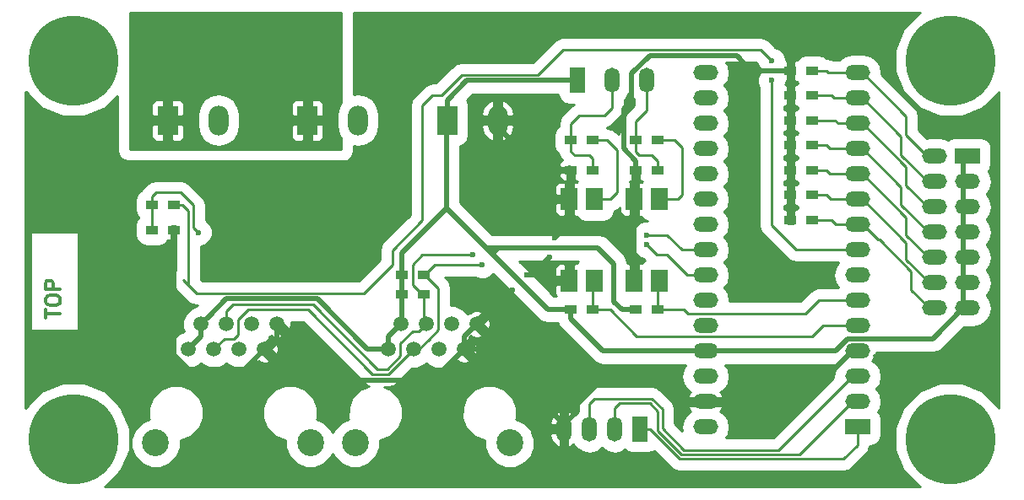
<source format=gbr>
G04 #@! TF.FileFunction,Copper,L1,Top,Signal*
%FSLAX46Y46*%
G04 Gerber Fmt 4.6, Leading zero omitted, Abs format (unit mm)*
G04 Created by KiCad (PCBNEW 4.0.5+dfsg1-4) date Sat Aug 26 21:12:24 2017*
%MOMM*%
%LPD*%
G01*
G04 APERTURE LIST*
%ADD10C,0.100000*%
%ADD11C,0.300000*%
%ADD12C,2.700000*%
%ADD13C,1.500000*%
%ADD14R,1.700000X2.200000*%
%ADD15O,2.500000X1.500000*%
%ADD16R,2.500000X1.500000*%
%ADD17R,1.200000X0.900000*%
%ADD18R,1.500000X2.500000*%
%ADD19O,1.500000X2.500000*%
%ADD20R,2.000000X3.000000*%
%ADD21O,2.000000X3.000000*%
%ADD22C,9.000000*%
%ADD23C,0.600000*%
%ADD24C,0.250000*%
%ADD25C,0.500000*%
%ADD26C,0.254000*%
G04 APERTURE END LIST*
D10*
D11*
X98178571Y-106857143D02*
X98178571Y-106000000D01*
X99678571Y-106428571D02*
X98178571Y-106428571D01*
X98178571Y-105214286D02*
X98178571Y-104928572D01*
X98250000Y-104785714D01*
X98392857Y-104642857D01*
X98678571Y-104571429D01*
X99178571Y-104571429D01*
X99464286Y-104642857D01*
X99607143Y-104785714D01*
X99678571Y-104928572D01*
X99678571Y-105214286D01*
X99607143Y-105357143D01*
X99464286Y-105500000D01*
X99178571Y-105571429D01*
X98678571Y-105571429D01*
X98392857Y-105500000D01*
X98250000Y-105357143D01*
X98178571Y-105214286D01*
X99678571Y-103928571D02*
X98178571Y-103928571D01*
X98178571Y-103357143D01*
X98250000Y-103214285D01*
X98321429Y-103142857D01*
X98464286Y-103071428D01*
X98678571Y-103071428D01*
X98821429Y-103142857D01*
X98892857Y-103214285D01*
X98964286Y-103357143D01*
X98964286Y-103928571D01*
D12*
X124745000Y-119400000D03*
X109245000Y-119400000D03*
D13*
X112550000Y-110000000D03*
X115090000Y-110000000D03*
X117630000Y-110000000D03*
X120170000Y-110000000D03*
X121440000Y-107460000D03*
X118900000Y-107460000D03*
X116360000Y-107460000D03*
X113820000Y-107460000D03*
X104500000Y-95000000D03*
X102500000Y-95000000D03*
X100500000Y-95000000D03*
X98500000Y-95000000D03*
X104500000Y-93000000D03*
X102500000Y-93000000D03*
X100500000Y-93000000D03*
X98500000Y-93000000D03*
X104500000Y-91000000D03*
X102500000Y-91000000D03*
X100500000Y-91000000D03*
X98500000Y-91000000D03*
X104500000Y-89000000D03*
X102500000Y-89000000D03*
X100500000Y-89000000D03*
D14*
X159770000Y-94900000D03*
X159770000Y-103099999D03*
X157230000Y-94900000D03*
X157230000Y-103099999D03*
D15*
X164380000Y-117780000D03*
D16*
X179620000Y-117780000D03*
D15*
X164380000Y-115240000D03*
X179620000Y-115240000D03*
X164380000Y-112700000D03*
X179620000Y-112700000D03*
X164380000Y-110160000D03*
X179620000Y-110160000D03*
X164380000Y-107620000D03*
X179620000Y-107620000D03*
X164380000Y-105080000D03*
X179620000Y-105080000D03*
X164380000Y-102540000D03*
X179620000Y-102540000D03*
X164380000Y-100000000D03*
X179620000Y-100000000D03*
X164380000Y-97460000D03*
X179620000Y-97460000D03*
X164380000Y-94920000D03*
X179620000Y-94920000D03*
X164380000Y-92380000D03*
X179620000Y-92380000D03*
X164380000Y-89840000D03*
X179620000Y-89840000D03*
X164380000Y-87300000D03*
X179620000Y-87300000D03*
X164380000Y-84760000D03*
X179620000Y-84760000D03*
X164380000Y-82220000D03*
X179620000Y-82220000D03*
D16*
X190670000Y-90610000D03*
D15*
X190670000Y-93150000D03*
X190670000Y-95690000D03*
X190670000Y-98230000D03*
X190670000Y-100770000D03*
X190670000Y-103310000D03*
X190670000Y-105850000D03*
X187330000Y-105850000D03*
X187330000Y-103310000D03*
X187330000Y-100770000D03*
X187330000Y-98230000D03*
X187330000Y-95690000D03*
X187330000Y-93150000D03*
X187330000Y-90610000D03*
D17*
X150900000Y-92000000D03*
X153100000Y-92000000D03*
X157400000Y-92000000D03*
X159600000Y-92000000D03*
X153100000Y-89000000D03*
X150900000Y-89000000D03*
X159600000Y-89000000D03*
X157400000Y-89000000D03*
X175100000Y-82000000D03*
X172900000Y-82000000D03*
X175100000Y-84500000D03*
X172900000Y-84500000D03*
X175100000Y-87000000D03*
X172900000Y-87000000D03*
X175100000Y-89500000D03*
X172900000Y-89500000D03*
X175100000Y-92000000D03*
X172900000Y-92000000D03*
X175100000Y-94500000D03*
X172900000Y-94500000D03*
X150900000Y-106000000D03*
X153100000Y-106000000D03*
X157400000Y-106000000D03*
X159600000Y-106000000D03*
X175100000Y-97000000D03*
X172900000Y-97000000D03*
X133900000Y-102500000D03*
X136100000Y-102500000D03*
X133900000Y-104500000D03*
X136100000Y-104500000D03*
X108900000Y-95500000D03*
X111100000Y-95500000D03*
X108900000Y-98000000D03*
X111100000Y-98000000D03*
D14*
X153270000Y-94900000D03*
X153270000Y-103099999D03*
X150730000Y-94900000D03*
X150730000Y-103099999D03*
D18*
X157810000Y-118000000D03*
D19*
X155270000Y-118000000D03*
X152730000Y-118000000D03*
X150190000Y-118000000D03*
D20*
X110460000Y-87000000D03*
D21*
X115540000Y-87000000D03*
D20*
X124460000Y-87000000D03*
D21*
X129540000Y-87000000D03*
D20*
X138460000Y-87000000D03*
D21*
X143540000Y-87000000D03*
D18*
X151500000Y-83000000D03*
D19*
X155000000Y-83000000D03*
X158500000Y-83000000D03*
D12*
X144745000Y-119400000D03*
X129245000Y-119400000D03*
D13*
X132550000Y-110000000D03*
X135090000Y-110000000D03*
X137630000Y-110000000D03*
X140170000Y-110000000D03*
X141440000Y-107460000D03*
X138900000Y-107460000D03*
X136360000Y-107460000D03*
X133820000Y-107460000D03*
D22*
X189000000Y-119000000D03*
X101000000Y-119000000D03*
X101000000Y-81000000D03*
X189000000Y-81000000D03*
D13*
X98500000Y-89000000D03*
D23*
X149250000Y-98750000D03*
X148750000Y-100750000D03*
X145000000Y-104000000D03*
X146500000Y-102500000D03*
X158500000Y-99500000D03*
X141000000Y-100500000D03*
X142000000Y-101500000D03*
X158500000Y-98500000D03*
X171000000Y-81000000D03*
X171000000Y-83000000D03*
X113500000Y-98250000D03*
D24*
X157810000Y-118000000D02*
X158810000Y-118000000D01*
X161810000Y-121000000D02*
X178200000Y-121000000D01*
X158810000Y-118000000D02*
X161810000Y-121000000D01*
X178200000Y-121000000D02*
X179620000Y-119580000D01*
X179620000Y-119580000D02*
X179620000Y-117780000D01*
D25*
X147750000Y-102750000D02*
X147750000Y-101750000D01*
X147750000Y-101750000D02*
X147750000Y-102000000D01*
X147750000Y-102000000D02*
X147750000Y-101750000D01*
X150000000Y-98000000D02*
X149250000Y-98750000D01*
X148750000Y-100750000D02*
X147750000Y-101750000D01*
X147000000Y-102500000D02*
X146500000Y-102500000D01*
X147750000Y-101750000D02*
X147000000Y-102500000D01*
D24*
X111100000Y-98000000D02*
X111100000Y-100400000D01*
X104500000Y-97500000D02*
X104500000Y-89000000D01*
X108000000Y-101000000D02*
X104500000Y-97500000D01*
X110500000Y-101000000D02*
X108000000Y-101000000D01*
X111100000Y-100400000D02*
X110500000Y-101000000D01*
X104500000Y-89000000D02*
X98500000Y-89000000D01*
X98500000Y-89000000D02*
X98500000Y-95000000D01*
X98500000Y-95000000D02*
X102500000Y-95000000D01*
X102500000Y-95000000D02*
X102500000Y-91000000D01*
X102500000Y-91000000D02*
X100500000Y-91000000D01*
X100500000Y-91000000D02*
X100500000Y-93000000D01*
X156600000Y-98370000D02*
X156730000Y-98500000D01*
X156730000Y-98500000D02*
X157230000Y-99000000D01*
X157230000Y-98270000D02*
X157000000Y-98500000D01*
X157000000Y-98500000D02*
X156730000Y-98500000D01*
X157230000Y-98200000D02*
X157230000Y-98270000D01*
D25*
X157230000Y-98200000D02*
X157230000Y-99000000D01*
X157230000Y-99000000D02*
X157230000Y-103099999D01*
D24*
X156600000Y-98200000D02*
X156600000Y-98370000D01*
D25*
X172900000Y-82000000D02*
X169000000Y-82000000D01*
X169000000Y-82000000D02*
X167500000Y-80500000D01*
X158802930Y-80500000D02*
X157000000Y-82302930D01*
X167500000Y-80500000D02*
X158802930Y-80500000D01*
X157000000Y-82302930D02*
X157000000Y-85000000D01*
X157000000Y-85000000D02*
X156200010Y-85799990D01*
X156200010Y-85799990D02*
X156200010Y-89850010D01*
X157400000Y-91050000D02*
X157400000Y-92000000D01*
X156200010Y-89850010D02*
X157400000Y-91050000D01*
X153500000Y-113500000D02*
X160500000Y-113500000D01*
X150190000Y-117500000D02*
X151500000Y-116190000D01*
X153500000Y-113500000D02*
X151500000Y-115500000D01*
X151500000Y-115500000D02*
X151500000Y-116190000D01*
X150000000Y-98000000D02*
X150500000Y-97500000D01*
X151600000Y-97800000D02*
X150200000Y-97800000D01*
X150200000Y-97800000D02*
X150000000Y-98000000D01*
X150500000Y-97500000D02*
X150730000Y-97270000D01*
X150500000Y-97500000D02*
X151300000Y-97500000D01*
X151300000Y-97500000D02*
X151600000Y-97800000D01*
X150730000Y-94900000D02*
X150730000Y-96500000D01*
X150730000Y-96500000D02*
X150730000Y-96930000D01*
X150730000Y-97270000D02*
X150730000Y-96500000D01*
X147500000Y-102500000D02*
X147750000Y-102750000D01*
X147750000Y-102750000D02*
X148099999Y-103099999D01*
X146500000Y-102500000D02*
X147500000Y-102500000D01*
X148099999Y-103099999D02*
X150730000Y-103099999D01*
X141540000Y-107460000D02*
X145000000Y-104000000D01*
X141440000Y-107460000D02*
X141540000Y-107460000D01*
X111100000Y-98000000D02*
X111100000Y-110600000D01*
X111100000Y-110600000D02*
X112500000Y-112000000D01*
X112500000Y-112000000D02*
X118170000Y-112000000D01*
X118170000Y-112000000D02*
X120170000Y-110000000D01*
X172900000Y-82000000D02*
X172900000Y-97000000D01*
X164380000Y-115240000D02*
X174040000Y-115240000D01*
X174040000Y-115240000D02*
X179120000Y-110160000D01*
X179120000Y-110160000D02*
X179620000Y-110160000D01*
X160500000Y-113500000D02*
X162240000Y-115240000D01*
X162240000Y-115240000D02*
X164380000Y-115240000D01*
X140170000Y-110000000D02*
X142690000Y-110000000D01*
X142690000Y-110000000D02*
X150190000Y-117500000D01*
X150190000Y-117500000D02*
X150190000Y-118000000D01*
X140170000Y-110000000D02*
X137094990Y-113075010D01*
X123245010Y-113075010D02*
X120919999Y-110749999D01*
X137094990Y-113075010D02*
X123245010Y-113075010D01*
X120919999Y-110749999D02*
X120170000Y-110000000D01*
X121440000Y-107460000D02*
X121440000Y-108730000D01*
X121440000Y-108730000D02*
X121400000Y-108770000D01*
X120170000Y-110000000D02*
X121400000Y-108770000D01*
X140170000Y-110000000D02*
X140170000Y-108730000D01*
X140170000Y-108730000D02*
X141440000Y-107460000D01*
X157230000Y-98200000D02*
X156600000Y-98200000D01*
X156600000Y-98200000D02*
X156200000Y-97800000D01*
X156400000Y-97600000D02*
X156600000Y-97400000D01*
X156630000Y-97600000D02*
X157230000Y-98200000D01*
X156200000Y-97800000D02*
X156400000Y-97600000D01*
X157230000Y-97800000D02*
X157230000Y-98200000D01*
X156400000Y-97600000D02*
X156630000Y-97600000D01*
X156600000Y-97400000D02*
X157230000Y-96770000D01*
X157230000Y-94900000D02*
X157230000Y-97800000D01*
X156600000Y-97400000D02*
X156830000Y-97400000D01*
X156830000Y-97400000D02*
X157230000Y-97800000D01*
X157230000Y-94900000D02*
X157230000Y-92170000D01*
X157230000Y-92170000D02*
X157400000Y-92000000D01*
X150730000Y-96930000D02*
X151600000Y-97800000D01*
X151600000Y-97800000D02*
X156200000Y-97800000D01*
X157230000Y-96770000D02*
X157230000Y-94900000D01*
X149800000Y-92000000D02*
X148600000Y-92000000D01*
X143540000Y-87740000D02*
X147800000Y-92000000D01*
X147800000Y-92000000D02*
X148600000Y-92000000D01*
X143540000Y-87000000D02*
X143540000Y-87740000D01*
X150900000Y-92000000D02*
X149800000Y-92000000D01*
X150730000Y-94900000D02*
X150730000Y-92170000D01*
X150730000Y-92170000D02*
X150900000Y-92000000D01*
D24*
X161996400Y-120549990D02*
X173810010Y-120549990D01*
X173810010Y-120549990D02*
X179120000Y-115240000D01*
X179120000Y-115240000D02*
X179620000Y-115240000D01*
X159600000Y-118153590D02*
X161996400Y-120549990D01*
X159600000Y-116200000D02*
X159600000Y-118153590D01*
X158800000Y-115400000D02*
X159600000Y-116200000D01*
X155800000Y-115400000D02*
X158800000Y-115400000D01*
X155270000Y-115930000D02*
X155800000Y-115400000D01*
X155270000Y-118000000D02*
X155270000Y-115930000D01*
X152730000Y-118000000D02*
X152730000Y-115470000D01*
X152730000Y-115470000D02*
X153250010Y-114949990D01*
X153250010Y-114949990D02*
X158986401Y-114949991D01*
X158986401Y-114949991D02*
X160050010Y-116013600D01*
X160050010Y-116013600D02*
X160050010Y-117967190D01*
X179120000Y-112700000D02*
X179620000Y-112700000D01*
X160050010Y-117967190D02*
X162182800Y-120099980D01*
X162182800Y-120099980D02*
X171720020Y-120099980D01*
X171720020Y-120099980D02*
X179120000Y-112700000D01*
D25*
X190270000Y-90610000D02*
X190270000Y-93150000D01*
X190270000Y-93150000D02*
X190270000Y-95690000D01*
X190270000Y-95690000D02*
X190270000Y-98230000D01*
X190270000Y-98230000D02*
X190270000Y-100770000D01*
X190270000Y-100770000D02*
X190270000Y-103310000D01*
X190270000Y-105850000D02*
X190270000Y-103310000D01*
X130500000Y-110000000D02*
X125424990Y-104924990D01*
X125424990Y-104924990D02*
X116355010Y-104924990D01*
X116355010Y-104924990D02*
X114569999Y-106710001D01*
X114569999Y-106710001D02*
X113820000Y-107460000D01*
X132550000Y-110000000D02*
X130500000Y-110000000D01*
X164380000Y-110160000D02*
X177422930Y-110160000D01*
X177422930Y-110160000D02*
X178622940Y-108959990D01*
X178622940Y-108959990D02*
X187160010Y-108959990D01*
X187160010Y-108959990D02*
X190270000Y-105850000D01*
X150900000Y-106000000D02*
X150900000Y-106950000D01*
X150900000Y-106950000D02*
X154110000Y-110160000D01*
X154110000Y-110160000D02*
X162630000Y-110160000D01*
X162630000Y-110160000D02*
X164380000Y-110160000D01*
X143000000Y-100400000D02*
X148600000Y-106000000D01*
X142400000Y-99800000D02*
X143600000Y-99800000D01*
X142400000Y-99800000D02*
X143000000Y-100400000D01*
X143600000Y-99800000D02*
X153600000Y-99800000D01*
X143000000Y-100400000D02*
X143600000Y-99800000D01*
X155200000Y-101400000D02*
X155200000Y-105200000D01*
X153600000Y-99800000D02*
X155200000Y-101400000D01*
X155200000Y-105200000D02*
X156000000Y-106000000D01*
X156000000Y-106000000D02*
X157400000Y-106000000D01*
X138400000Y-95800000D02*
X142400000Y-99800000D01*
X148600000Y-106000000D02*
X150900000Y-106000000D01*
X138460000Y-87000000D02*
X138460000Y-85000000D01*
X138460000Y-85000000D02*
X140460000Y-83000000D01*
X140460000Y-83000000D02*
X150250000Y-83000000D01*
X150250000Y-83000000D02*
X151500000Y-83000000D01*
X113820000Y-107460000D02*
X113820000Y-108730000D01*
X113820000Y-108730000D02*
X112550000Y-110000000D01*
X133820000Y-107460000D02*
X132550000Y-108730000D01*
X132550000Y-108730000D02*
X132550000Y-110000000D01*
X133900000Y-104500000D02*
X133900000Y-107380000D01*
X133900000Y-107380000D02*
X133820000Y-107460000D01*
X138400000Y-95800000D02*
X133900000Y-100300000D01*
X133900000Y-100300000D02*
X133900000Y-104500000D01*
X138400000Y-87560000D02*
X138400000Y-95800000D01*
X138460000Y-87000000D02*
X138460000Y-87500000D01*
X138460000Y-87500000D02*
X138400000Y-87560000D01*
D24*
X133900000Y-104500000D02*
X133900000Y-102500000D01*
X153100000Y-106000000D02*
X154800000Y-106000000D01*
X154800000Y-106000000D02*
X157495010Y-108695010D01*
X157495010Y-108695010D02*
X175104990Y-108695010D01*
X175104990Y-108695010D02*
X176180000Y-107620000D01*
X176180000Y-107620000D02*
X179620000Y-107620000D01*
X153100000Y-106000000D02*
X153100000Y-103269999D01*
X153100000Y-103269999D02*
X153270000Y-103099999D01*
X174400000Y-106400000D02*
X175720000Y-105080000D01*
X175720000Y-105080000D02*
X179620000Y-105080000D01*
X162650000Y-106400000D02*
X174400000Y-106400000D01*
X162250000Y-106000000D02*
X162650000Y-106400000D01*
X159600000Y-106000000D02*
X162250000Y-106000000D01*
X159600000Y-106000000D02*
X159600000Y-103269999D01*
X159600000Y-103269999D02*
X159770000Y-103099999D01*
X158500000Y-99500000D02*
X159500000Y-100500000D01*
X159500000Y-100500000D02*
X160500000Y-100500000D01*
X160500000Y-100500000D02*
X162540000Y-102540000D01*
X162540000Y-102540000D02*
X164380000Y-102540000D01*
X136100000Y-104500000D02*
X136000000Y-104500000D01*
X136000000Y-104500000D02*
X135000000Y-103500000D01*
X135000000Y-103500000D02*
X135000000Y-101500000D01*
X135000000Y-101500000D02*
X136000000Y-100500000D01*
X136000000Y-100500000D02*
X141000000Y-100500000D01*
X135950000Y-104500000D02*
X136100000Y-104500000D01*
X164380000Y-102540000D02*
X163880000Y-102540000D01*
X116360000Y-107460000D02*
X116360000Y-106140000D01*
X116360000Y-106140000D02*
X117000000Y-105500000D01*
X117000000Y-105500000D02*
X125000000Y-105500000D01*
X125000000Y-105500000D02*
X131500000Y-112000000D01*
X131500000Y-112000000D02*
X132453590Y-112000000D01*
X132453590Y-112000000D02*
X133800000Y-110653590D01*
X135610001Y-108209999D02*
X136360000Y-107460000D01*
X133800000Y-110653590D02*
X133800000Y-109400000D01*
X133800000Y-109400000D02*
X134990001Y-108209999D01*
X134990001Y-108209999D02*
X135610001Y-108209999D01*
X136100000Y-104500000D02*
X136100000Y-107200000D01*
X136100000Y-107200000D02*
X136360000Y-107460000D01*
X137500000Y-101500000D02*
X137250000Y-101500000D01*
X137250000Y-101500000D02*
X136250000Y-102500000D01*
X136250000Y-102500000D02*
X136100000Y-102500000D01*
X142000000Y-101500000D02*
X137500000Y-101500000D01*
X162000000Y-100000000D02*
X160500000Y-98500000D01*
X160500000Y-98500000D02*
X158500000Y-98500000D01*
X164380000Y-100000000D02*
X162000000Y-100000000D01*
X115090000Y-110000000D02*
X116165001Y-108924999D01*
X117500000Y-108500000D02*
X117500000Y-107000000D01*
X116165001Y-108924999D02*
X117075001Y-108924999D01*
X117075001Y-108924999D02*
X117500000Y-108500000D01*
X117500000Y-107000000D02*
X118500000Y-106000000D01*
X124500000Y-106000000D02*
X131000000Y-112500000D01*
X118500000Y-106000000D02*
X124500000Y-106000000D01*
X131000000Y-112500000D02*
X132590000Y-112500000D01*
X132590000Y-112500000D02*
X135090000Y-110000000D01*
X137600000Y-108000000D02*
X136600000Y-109000000D01*
X136600000Y-109000000D02*
X136400000Y-109200000D01*
X135600000Y-110000000D02*
X136600000Y-109000000D01*
X135090000Y-110000000D02*
X135600000Y-110000000D01*
X137600000Y-107800000D02*
X137600000Y-108000000D01*
X137600000Y-103850000D02*
X137600000Y-107800000D01*
X136250000Y-102500000D02*
X137600000Y-103850000D01*
X111100000Y-95500000D02*
X111950000Y-95500000D01*
X111950000Y-95500000D02*
X112500000Y-96050000D01*
X112500000Y-96050000D02*
X112500000Y-98235002D01*
X112500000Y-98235002D02*
X112500000Y-103500000D01*
X113349980Y-104349980D02*
X112500000Y-103500000D01*
X112500000Y-103500000D02*
X112025001Y-103025001D01*
X171000000Y-81000000D02*
X169924990Y-79924990D01*
X132974999Y-101525001D02*
X130150020Y-104349980D01*
X169924990Y-79924990D02*
X150075010Y-79924990D01*
X130150020Y-104349980D02*
X113349980Y-104349980D01*
X150075010Y-79924990D02*
X147575010Y-82424990D01*
X147575010Y-82424990D02*
X139950008Y-82424990D01*
X137874998Y-84500000D02*
X137000000Y-84500000D01*
X139950008Y-82424990D02*
X137874998Y-84500000D01*
X137000000Y-84500000D02*
X136000000Y-85500000D01*
X136000000Y-85500000D02*
X136000000Y-97000000D01*
X136000000Y-97000000D02*
X132974999Y-100025001D01*
X132974999Y-100025001D02*
X132974999Y-101525001D01*
X172424990Y-98924990D02*
X171000000Y-97500000D01*
X171000000Y-97500000D02*
X171000000Y-83000000D01*
X173500000Y-100000000D02*
X172424990Y-98924990D01*
X179120000Y-100000000D02*
X173500000Y-100000000D01*
X179620000Y-100000000D02*
X179120000Y-100000000D01*
X185000000Y-104000000D02*
X186850000Y-105850000D01*
X186850000Y-105850000D02*
X187730000Y-105850000D01*
X185000000Y-102136410D02*
X185000000Y-104000000D01*
X181660000Y-99000000D02*
X181863590Y-99000000D01*
X181863590Y-99000000D02*
X185000000Y-102136410D01*
X179620000Y-97460000D02*
X180120000Y-97460000D01*
X180120000Y-97460000D02*
X181660000Y-99000000D01*
X177000000Y-97000000D02*
X177460000Y-97460000D01*
X177460000Y-97460000D02*
X179620000Y-97460000D01*
X175100000Y-97000000D02*
X177000000Y-97000000D01*
X176500000Y-94500000D02*
X176920000Y-94920000D01*
X176920000Y-94920000D02*
X179620000Y-94920000D01*
X175100000Y-94500000D02*
X176500000Y-94500000D01*
X184500000Y-99300000D02*
X184500000Y-101000000D01*
X187730000Y-103310000D02*
X186810000Y-103310000D01*
X186810000Y-103310000D02*
X184500000Y-101000000D01*
X179620000Y-94920000D02*
X180120000Y-94920000D01*
X180120000Y-94920000D02*
X184500000Y-99300000D01*
X176500000Y-92000000D02*
X176880000Y-92380000D01*
X176880000Y-92380000D02*
X179620000Y-92380000D01*
X175100000Y-92000000D02*
X176500000Y-92000000D01*
X187730000Y-100770000D02*
X186770000Y-100770000D01*
X186770000Y-100770000D02*
X184500000Y-98500000D01*
X184500000Y-98500000D02*
X184500000Y-96760000D01*
X184500000Y-96760000D02*
X180120000Y-92380000D01*
X180120000Y-92380000D02*
X179620000Y-92380000D01*
X176500000Y-89500000D02*
X176840000Y-89840000D01*
X176840000Y-89840000D02*
X179620000Y-89840000D01*
X175100000Y-89500000D02*
X176500000Y-89500000D01*
X184000000Y-93720000D02*
X184000000Y-95500000D01*
X186730000Y-98230000D02*
X184000000Y-95500000D01*
X187730000Y-98230000D02*
X186730000Y-98230000D01*
X179620000Y-89840000D02*
X180120000Y-89840000D01*
X180120000Y-89840000D02*
X184000000Y-93720000D01*
X175100000Y-87000000D02*
X177400000Y-87000000D01*
X177400000Y-87000000D02*
X177700000Y-87300000D01*
X177700000Y-87300000D02*
X179620000Y-87300000D01*
X184500000Y-93500000D02*
X186690000Y-95690000D01*
X186690000Y-95690000D02*
X187730000Y-95690000D01*
X184500000Y-91680000D02*
X184500000Y-93500000D01*
X179620000Y-87300000D02*
X180120000Y-87300000D01*
X180120000Y-87300000D02*
X184500000Y-91680000D01*
X176500000Y-82000000D02*
X176720000Y-82220000D01*
X176720000Y-82220000D02*
X179620000Y-82220000D01*
X175100000Y-82000000D02*
X176500000Y-82000000D01*
X184500000Y-88500000D02*
X186610000Y-90610000D01*
X186610000Y-90610000D02*
X187730000Y-90610000D01*
X184500000Y-86600000D02*
X184500000Y-88500000D01*
X179620000Y-82220000D02*
X180120000Y-82220000D01*
X180120000Y-82220000D02*
X184500000Y-86600000D01*
X177000000Y-84500000D02*
X177260000Y-84760000D01*
X177260000Y-84760000D02*
X179620000Y-84760000D01*
X175100000Y-84500000D02*
X177000000Y-84500000D01*
X179620000Y-84760000D02*
X180120000Y-84760000D01*
X180120000Y-84760000D02*
X184000000Y-88640000D01*
X184000000Y-88640000D02*
X184000000Y-90500000D01*
X184000000Y-90500000D02*
X186650000Y-93150000D01*
X186650000Y-93150000D02*
X187730000Y-93150000D01*
X113500000Y-98250000D02*
X113000000Y-97750000D01*
X113000000Y-97750000D02*
X113000000Y-95500000D01*
X113000000Y-95500000D02*
X111750000Y-94250000D01*
X111750000Y-94250000D02*
X109250000Y-94250000D01*
X109250000Y-94250000D02*
X108900000Y-94600000D01*
X108900000Y-94600000D02*
X108900000Y-95500000D01*
X108900000Y-98000000D02*
X108900000Y-95500000D01*
X155000000Y-83000000D02*
X155000000Y-85750000D01*
X155000000Y-85750000D02*
X154250000Y-86500000D01*
X151750000Y-86500000D02*
X150900000Y-87350000D01*
X154250000Y-86500000D02*
X151750000Y-86500000D01*
X150900000Y-87350000D02*
X150900000Y-89000000D01*
X152750000Y-90500000D02*
X153100000Y-90850000D01*
X153100000Y-90850000D02*
X153100000Y-92000000D01*
X151250000Y-90500000D02*
X152750000Y-90500000D01*
X150900000Y-90150000D02*
X151250000Y-90500000D01*
X150900000Y-89000000D02*
X150900000Y-90150000D01*
X150900000Y-89000000D02*
X150900000Y-89700000D01*
X157400000Y-87100000D02*
X158500000Y-86000000D01*
X158500000Y-86000000D02*
X158500000Y-83000000D01*
X157400000Y-89000000D02*
X157400000Y-87100000D01*
X159000000Y-90500000D02*
X157750000Y-90500000D01*
X157400000Y-89000000D02*
X157400000Y-90150000D01*
X157400000Y-90150000D02*
X157750000Y-90500000D01*
X159600000Y-92000000D02*
X159600000Y-91100000D01*
X159600000Y-91100000D02*
X159000000Y-90500000D01*
X155500000Y-90000000D02*
X154500000Y-89000000D01*
X154500000Y-89000000D02*
X153100000Y-89000000D01*
X155500000Y-94250000D02*
X155500000Y-90000000D01*
X154850000Y-94900000D02*
X155500000Y-94250000D01*
X153270000Y-94900000D02*
X154850000Y-94900000D01*
X159600000Y-89000000D02*
X161250000Y-89000000D01*
X161250000Y-89000000D02*
X162000000Y-89750000D01*
X162000000Y-89750000D02*
X162000000Y-94500000D01*
X162000000Y-94500000D02*
X161600000Y-94900000D01*
X161600000Y-94900000D02*
X159770000Y-94900000D01*
D26*
G36*
X127873000Y-85188440D02*
X127574908Y-85634566D01*
X127413000Y-86448534D01*
X127413000Y-87551466D01*
X127574908Y-88365434D01*
X127873000Y-88811560D01*
X127873000Y-89873000D01*
X106627000Y-89873000D01*
X106627000Y-87531750D01*
X108825000Y-87531750D01*
X108825000Y-88626310D01*
X108921673Y-88859699D01*
X109100302Y-89038327D01*
X109333691Y-89135000D01*
X109928250Y-89135000D01*
X110087000Y-88976250D01*
X110087000Y-87373000D01*
X110833000Y-87373000D01*
X110833000Y-88976250D01*
X110991750Y-89135000D01*
X111586309Y-89135000D01*
X111819698Y-89038327D01*
X111998327Y-88859699D01*
X112095000Y-88626310D01*
X112095000Y-87531750D01*
X111936250Y-87373000D01*
X110833000Y-87373000D01*
X110087000Y-87373000D01*
X108983750Y-87373000D01*
X108825000Y-87531750D01*
X106627000Y-87531750D01*
X106627000Y-85373690D01*
X108825000Y-85373690D01*
X108825000Y-86468250D01*
X108983750Y-86627000D01*
X110087000Y-86627000D01*
X110087000Y-85023750D01*
X110833000Y-85023750D01*
X110833000Y-86627000D01*
X111936250Y-86627000D01*
X112095000Y-86468250D01*
X112095000Y-86448534D01*
X113413000Y-86448534D01*
X113413000Y-87551466D01*
X113574908Y-88365434D01*
X114035984Y-89055482D01*
X114726032Y-89516558D01*
X115540000Y-89678466D01*
X116353968Y-89516558D01*
X117044016Y-89055482D01*
X117505092Y-88365434D01*
X117667000Y-87551466D01*
X117667000Y-87531750D01*
X122825000Y-87531750D01*
X122825000Y-88626310D01*
X122921673Y-88859699D01*
X123100302Y-89038327D01*
X123333691Y-89135000D01*
X123928250Y-89135000D01*
X124087000Y-88976250D01*
X124087000Y-87373000D01*
X124833000Y-87373000D01*
X124833000Y-88976250D01*
X124991750Y-89135000D01*
X125586309Y-89135000D01*
X125819698Y-89038327D01*
X125998327Y-88859699D01*
X126095000Y-88626310D01*
X126095000Y-87531750D01*
X125936250Y-87373000D01*
X124833000Y-87373000D01*
X124087000Y-87373000D01*
X122983750Y-87373000D01*
X122825000Y-87531750D01*
X117667000Y-87531750D01*
X117667000Y-86448534D01*
X117505092Y-85634566D01*
X117330780Y-85373690D01*
X122825000Y-85373690D01*
X122825000Y-86468250D01*
X122983750Y-86627000D01*
X124087000Y-86627000D01*
X124087000Y-85023750D01*
X124833000Y-85023750D01*
X124833000Y-86627000D01*
X125936250Y-86627000D01*
X126095000Y-86468250D01*
X126095000Y-85373690D01*
X125998327Y-85140301D01*
X125819698Y-84961673D01*
X125586309Y-84865000D01*
X124991750Y-84865000D01*
X124833000Y-85023750D01*
X124087000Y-85023750D01*
X123928250Y-84865000D01*
X123333691Y-84865000D01*
X123100302Y-84961673D01*
X122921673Y-85140301D01*
X122825000Y-85373690D01*
X117330780Y-85373690D01*
X117044016Y-84944518D01*
X116353968Y-84483442D01*
X115540000Y-84321534D01*
X114726032Y-84483442D01*
X114035984Y-84944518D01*
X113574908Y-85634566D01*
X113413000Y-86448534D01*
X112095000Y-86448534D01*
X112095000Y-85373690D01*
X111998327Y-85140301D01*
X111819698Y-84961673D01*
X111586309Y-84865000D01*
X110991750Y-84865000D01*
X110833000Y-85023750D01*
X110087000Y-85023750D01*
X109928250Y-84865000D01*
X109333691Y-84865000D01*
X109100302Y-84961673D01*
X108921673Y-85140301D01*
X108825000Y-85373690D01*
X106627000Y-85373690D01*
X106627000Y-81002045D01*
X106627974Y-79885631D01*
X106627000Y-79883274D01*
X106627000Y-76202000D01*
X127873000Y-76202000D01*
X127873000Y-85188440D01*
X127873000Y-85188440D01*
G37*
X127873000Y-85188440D02*
X127574908Y-85634566D01*
X127413000Y-86448534D01*
X127413000Y-87551466D01*
X127574908Y-88365434D01*
X127873000Y-88811560D01*
X127873000Y-89873000D01*
X106627000Y-89873000D01*
X106627000Y-87531750D01*
X108825000Y-87531750D01*
X108825000Y-88626310D01*
X108921673Y-88859699D01*
X109100302Y-89038327D01*
X109333691Y-89135000D01*
X109928250Y-89135000D01*
X110087000Y-88976250D01*
X110087000Y-87373000D01*
X110833000Y-87373000D01*
X110833000Y-88976250D01*
X110991750Y-89135000D01*
X111586309Y-89135000D01*
X111819698Y-89038327D01*
X111998327Y-88859699D01*
X112095000Y-88626310D01*
X112095000Y-87531750D01*
X111936250Y-87373000D01*
X110833000Y-87373000D01*
X110087000Y-87373000D01*
X108983750Y-87373000D01*
X108825000Y-87531750D01*
X106627000Y-87531750D01*
X106627000Y-85373690D01*
X108825000Y-85373690D01*
X108825000Y-86468250D01*
X108983750Y-86627000D01*
X110087000Y-86627000D01*
X110087000Y-85023750D01*
X110833000Y-85023750D01*
X110833000Y-86627000D01*
X111936250Y-86627000D01*
X112095000Y-86468250D01*
X112095000Y-86448534D01*
X113413000Y-86448534D01*
X113413000Y-87551466D01*
X113574908Y-88365434D01*
X114035984Y-89055482D01*
X114726032Y-89516558D01*
X115540000Y-89678466D01*
X116353968Y-89516558D01*
X117044016Y-89055482D01*
X117505092Y-88365434D01*
X117667000Y-87551466D01*
X117667000Y-87531750D01*
X122825000Y-87531750D01*
X122825000Y-88626310D01*
X122921673Y-88859699D01*
X123100302Y-89038327D01*
X123333691Y-89135000D01*
X123928250Y-89135000D01*
X124087000Y-88976250D01*
X124087000Y-87373000D01*
X124833000Y-87373000D01*
X124833000Y-88976250D01*
X124991750Y-89135000D01*
X125586309Y-89135000D01*
X125819698Y-89038327D01*
X125998327Y-88859699D01*
X126095000Y-88626310D01*
X126095000Y-87531750D01*
X125936250Y-87373000D01*
X124833000Y-87373000D01*
X124087000Y-87373000D01*
X122983750Y-87373000D01*
X122825000Y-87531750D01*
X117667000Y-87531750D01*
X117667000Y-86448534D01*
X117505092Y-85634566D01*
X117330780Y-85373690D01*
X122825000Y-85373690D01*
X122825000Y-86468250D01*
X122983750Y-86627000D01*
X124087000Y-86627000D01*
X124087000Y-85023750D01*
X124833000Y-85023750D01*
X124833000Y-86627000D01*
X125936250Y-86627000D01*
X126095000Y-86468250D01*
X126095000Y-85373690D01*
X125998327Y-85140301D01*
X125819698Y-84961673D01*
X125586309Y-84865000D01*
X124991750Y-84865000D01*
X124833000Y-85023750D01*
X124087000Y-85023750D01*
X123928250Y-84865000D01*
X123333691Y-84865000D01*
X123100302Y-84961673D01*
X122921673Y-85140301D01*
X122825000Y-85373690D01*
X117330780Y-85373690D01*
X117044016Y-84944518D01*
X116353968Y-84483442D01*
X115540000Y-84321534D01*
X114726032Y-84483442D01*
X114035984Y-84944518D01*
X113574908Y-85634566D01*
X113413000Y-86448534D01*
X112095000Y-86448534D01*
X112095000Y-85373690D01*
X111998327Y-85140301D01*
X111819698Y-84961673D01*
X111586309Y-84865000D01*
X110991750Y-84865000D01*
X110833000Y-85023750D01*
X110087000Y-85023750D01*
X109928250Y-84865000D01*
X109333691Y-84865000D01*
X109100302Y-84961673D01*
X108921673Y-85140301D01*
X108825000Y-85373690D01*
X106627000Y-85373690D01*
X106627000Y-81002045D01*
X106627974Y-79885631D01*
X106627000Y-79883274D01*
X106627000Y-76202000D01*
X127873000Y-76202000D01*
X127873000Y-85188440D01*
G36*
X185816725Y-76226880D02*
X184232443Y-77808399D01*
X183373979Y-79875810D01*
X183372026Y-82114369D01*
X184226880Y-84183275D01*
X185808399Y-85767557D01*
X187875810Y-86626021D01*
X190114369Y-86627974D01*
X192183275Y-85773120D01*
X193767557Y-84191601D01*
X193798000Y-84118286D01*
X193798000Y-115876939D01*
X193773120Y-115816725D01*
X192191601Y-114232443D01*
X190124190Y-113373979D01*
X187885631Y-113372026D01*
X185816725Y-114226880D01*
X184232443Y-115808399D01*
X183373979Y-117875810D01*
X183372026Y-120114369D01*
X184226880Y-122183275D01*
X185808399Y-123767557D01*
X185881714Y-123798000D01*
X104123061Y-123798000D01*
X104183275Y-123773120D01*
X105767557Y-122191601D01*
X106626021Y-120124190D01*
X106626224Y-119890544D01*
X106767571Y-119890544D01*
X107143877Y-120801275D01*
X107840060Y-121498674D01*
X108750133Y-121876569D01*
X109735544Y-121877429D01*
X110646275Y-121501123D01*
X111343674Y-120804940D01*
X111721569Y-119894867D01*
X111722282Y-119077387D01*
X111820054Y-119077472D01*
X112822703Y-118663186D01*
X113590490Y-117896738D01*
X114006526Y-116894814D01*
X114007472Y-115809946D01*
X113593186Y-114807297D01*
X112826738Y-114039510D01*
X111824814Y-113623474D01*
X110739946Y-113622528D01*
X109737297Y-114036814D01*
X108969510Y-114803262D01*
X108553474Y-115805186D01*
X108552528Y-116890054D01*
X108593452Y-116989097D01*
X107843725Y-117298877D01*
X107146326Y-117995060D01*
X106768431Y-118905133D01*
X106767571Y-119890544D01*
X106626224Y-119890544D01*
X106627974Y-117885631D01*
X105773120Y-115816725D01*
X104191601Y-114232443D01*
X102124190Y-113373979D01*
X99885631Y-113372026D01*
X97816725Y-114226880D01*
X96232443Y-115808399D01*
X96202000Y-115881714D01*
X96202000Y-98230143D01*
X96673000Y-98230143D01*
X96673000Y-108127000D01*
X101477000Y-108127000D01*
X101477000Y-98230143D01*
X96673000Y-98230143D01*
X96202000Y-98230143D01*
X96202000Y-95050000D01*
X107150921Y-95050000D01*
X107150921Y-95950000D01*
X107229506Y-96367641D01*
X107476331Y-96751219D01*
X107480043Y-96753755D01*
X107241452Y-97102944D01*
X107150921Y-97550000D01*
X107150921Y-98450000D01*
X107229506Y-98867641D01*
X107476331Y-99251219D01*
X107852944Y-99508548D01*
X108300000Y-99599079D01*
X109500000Y-99599079D01*
X109917641Y-99520494D01*
X110301219Y-99273669D01*
X110430131Y-99085000D01*
X110641250Y-99085000D01*
X110800000Y-98926250D01*
X110800000Y-98225000D01*
X110707000Y-98225000D01*
X110707000Y-97775000D01*
X110800000Y-97775000D01*
X110800000Y-97607000D01*
X111248000Y-97607000D01*
X111248000Y-102067342D01*
X111139703Y-102139703D01*
X110868304Y-102545882D01*
X110773001Y-103025001D01*
X110868304Y-103504120D01*
X111139703Y-103910299D01*
X112464682Y-105235278D01*
X112870860Y-105506677D01*
X113349980Y-105601980D01*
X113401558Y-105601980D01*
X112758154Y-105867829D01*
X112229684Y-106395376D01*
X111943326Y-107085004D01*
X111942675Y-107831720D01*
X112079722Y-108163398D01*
X111488154Y-108407829D01*
X110959684Y-108935376D01*
X110673326Y-109625004D01*
X110672675Y-110371720D01*
X110957829Y-111061846D01*
X111485376Y-111590316D01*
X112175004Y-111876674D01*
X112921720Y-111877325D01*
X113611846Y-111592171D01*
X113819900Y-111384480D01*
X114025376Y-111590316D01*
X114715004Y-111876674D01*
X115461720Y-111877325D01*
X116151846Y-111592171D01*
X116359900Y-111384480D01*
X116565376Y-111590316D01*
X117255004Y-111876674D01*
X118001720Y-111877325D01*
X118691846Y-111592171D01*
X119220316Y-111064624D01*
X119226409Y-111049949D01*
X119436982Y-111260522D01*
X119587631Y-111109873D01*
X119671211Y-111321110D01*
X120214746Y-111411425D01*
X120668789Y-111321110D01*
X120752370Y-111109872D01*
X120170000Y-110527502D01*
X120155858Y-110541644D01*
X119628356Y-110014142D01*
X119642498Y-110000000D01*
X120697502Y-110000000D01*
X121279872Y-110582370D01*
X121491110Y-110498789D01*
X121581425Y-109955254D01*
X121491110Y-109501211D01*
X121279872Y-109417630D01*
X120697502Y-110000000D01*
X119642498Y-110000000D01*
X119628356Y-109985858D01*
X120155858Y-109458356D01*
X120170000Y-109472498D01*
X120752370Y-108890128D01*
X120671041Y-108684581D01*
X120706982Y-108720522D01*
X120857631Y-108569873D01*
X120941211Y-108781110D01*
X121484746Y-108871425D01*
X121938789Y-108781110D01*
X122022370Y-108569872D01*
X121440000Y-107987502D01*
X121425858Y-108001644D01*
X120898356Y-107474142D01*
X120912498Y-107460000D01*
X120898356Y-107445858D01*
X121092214Y-107252000D01*
X121787786Y-107252000D01*
X121981644Y-107445858D01*
X121967502Y-107460000D01*
X122549872Y-108042370D01*
X122761110Y-107958789D01*
X122851425Y-107415254D01*
X122818952Y-107252000D01*
X123981404Y-107252000D01*
X130114702Y-113385298D01*
X130520880Y-113656697D01*
X130612935Y-113675008D01*
X129737297Y-114036814D01*
X128969510Y-114803262D01*
X128553474Y-115805186D01*
X128552528Y-116890054D01*
X128593452Y-116989097D01*
X127843725Y-117298877D01*
X127146326Y-117995060D01*
X126995095Y-118359265D01*
X126846123Y-117998725D01*
X126149940Y-117301326D01*
X125397469Y-116988873D01*
X125436526Y-116894814D01*
X125437472Y-115809946D01*
X125023186Y-114807297D01*
X124256738Y-114039510D01*
X123254814Y-113623474D01*
X122169946Y-113622528D01*
X121167297Y-114036814D01*
X120399510Y-114803262D01*
X119983474Y-115805186D01*
X119982528Y-116890054D01*
X120396814Y-117892703D01*
X121163262Y-118660490D01*
X122165186Y-119076526D01*
X122268281Y-119076616D01*
X122267571Y-119890544D01*
X122643877Y-120801275D01*
X123340060Y-121498674D01*
X124250133Y-121876569D01*
X125235544Y-121877429D01*
X126146275Y-121501123D01*
X126843674Y-120804940D01*
X126994905Y-120440735D01*
X127143877Y-120801275D01*
X127840060Y-121498674D01*
X128750133Y-121876569D01*
X129735544Y-121877429D01*
X130646275Y-121501123D01*
X131343674Y-120804940D01*
X131721569Y-119894867D01*
X131722282Y-119077387D01*
X131820054Y-119077472D01*
X132822703Y-118663186D01*
X133590490Y-117896738D01*
X134006526Y-116894814D01*
X134006530Y-116890054D01*
X139982528Y-116890054D01*
X140396814Y-117892703D01*
X141163262Y-118660490D01*
X142165186Y-119076526D01*
X142268281Y-119076616D01*
X142267571Y-119890544D01*
X142643877Y-120801275D01*
X143340060Y-121498674D01*
X144250133Y-121876569D01*
X145235544Y-121877429D01*
X146146275Y-121501123D01*
X146843674Y-120804940D01*
X147221569Y-119894867D01*
X147222429Y-118909456D01*
X147092038Y-118593883D01*
X148785407Y-118593883D01*
X148928253Y-119124251D01*
X149263188Y-119559582D01*
X149612936Y-119759056D01*
X149817000Y-119668144D01*
X149817000Y-118373000D01*
X148946763Y-118373000D01*
X148785407Y-118593883D01*
X147092038Y-118593883D01*
X146846123Y-117998725D01*
X146254549Y-117406117D01*
X148785407Y-117406117D01*
X148946763Y-117627000D01*
X149817000Y-117627000D01*
X149817000Y-116331856D01*
X149612936Y-116240944D01*
X149263188Y-116440418D01*
X148928253Y-116875749D01*
X148785407Y-117406117D01*
X146254549Y-117406117D01*
X146149940Y-117301326D01*
X145397469Y-116988873D01*
X145436526Y-116894814D01*
X145437472Y-115809946D01*
X145023186Y-114807297D01*
X144256738Y-114039510D01*
X143254814Y-113623474D01*
X142169946Y-113622528D01*
X141167297Y-114036814D01*
X140399510Y-114803262D01*
X139983474Y-115805186D01*
X139982528Y-116890054D01*
X134006530Y-116890054D01*
X134007472Y-115809946D01*
X133593186Y-114807297D01*
X132826738Y-114039510D01*
X132134338Y-113752000D01*
X132590000Y-113752000D01*
X133069120Y-113656697D01*
X133475298Y-113385298D01*
X134983688Y-111876908D01*
X135461720Y-111877325D01*
X136151846Y-111592171D01*
X136359900Y-111384480D01*
X136565376Y-111590316D01*
X137255004Y-111876674D01*
X138001720Y-111877325D01*
X138691846Y-111592171D01*
X139220316Y-111064624D01*
X139226409Y-111049949D01*
X139436982Y-111260522D01*
X139587631Y-111109873D01*
X139671211Y-111321110D01*
X140214746Y-111411425D01*
X140668789Y-111321110D01*
X140752370Y-111109872D01*
X140170000Y-110527502D01*
X140155858Y-110541644D01*
X139628356Y-110014142D01*
X139642498Y-110000000D01*
X140697502Y-110000000D01*
X141279872Y-110582370D01*
X141491110Y-110498789D01*
X141581425Y-109955254D01*
X141491110Y-109501211D01*
X141279872Y-109417630D01*
X140697502Y-110000000D01*
X139642498Y-110000000D01*
X139628356Y-109985858D01*
X140155858Y-109458356D01*
X140170000Y-109472498D01*
X140752370Y-108890128D01*
X140671041Y-108684581D01*
X140706982Y-108720522D01*
X140857631Y-108569873D01*
X140941211Y-108781110D01*
X141484746Y-108871425D01*
X141938789Y-108781110D01*
X142022370Y-108569872D01*
X141440000Y-107987502D01*
X141425858Y-108001644D01*
X140898356Y-107474142D01*
X140912498Y-107460000D01*
X141967502Y-107460000D01*
X142549872Y-108042370D01*
X142761110Y-107958789D01*
X142851425Y-107415254D01*
X142761110Y-106961211D01*
X142549872Y-106877630D01*
X141967502Y-107460000D01*
X140912498Y-107460000D01*
X140898356Y-107445858D01*
X141425858Y-106918356D01*
X141440000Y-106932498D01*
X142022370Y-106350128D01*
X141938789Y-106138890D01*
X141395254Y-106048575D01*
X140941211Y-106138890D01*
X140857631Y-106350127D01*
X140706982Y-106199478D01*
X140496889Y-106409571D01*
X140492171Y-106398154D01*
X139964624Y-105869684D01*
X139274996Y-105583326D01*
X138852000Y-105582957D01*
X138852000Y-103850000D01*
X138756697Y-103370880D01*
X138485298Y-102964702D01*
X138485295Y-102964700D01*
X138272595Y-102752000D01*
X141294057Y-102752000D01*
X141714907Y-102926752D01*
X142282603Y-102927248D01*
X142807275Y-102710457D01*
X143085423Y-102432795D01*
X147626314Y-106973686D01*
X148073045Y-107272182D01*
X148600000Y-107377000D01*
X149607936Y-107377000D01*
X149627818Y-107476955D01*
X149926314Y-107923686D01*
X153136314Y-111133686D01*
X153583045Y-111432182D01*
X154110000Y-111537000D01*
X162396452Y-111537000D01*
X162099310Y-111981703D01*
X161956432Y-112700000D01*
X162099310Y-113418297D01*
X162506193Y-114027239D01*
X162873278Y-114272518D01*
X162820418Y-114313188D01*
X162620944Y-114662936D01*
X162711856Y-114867000D01*
X164007000Y-114867000D01*
X164007000Y-114847000D01*
X164753000Y-114847000D01*
X164753000Y-114867000D01*
X166048144Y-114867000D01*
X166139056Y-114662936D01*
X165939582Y-114313188D01*
X165886722Y-114272518D01*
X166253807Y-114027239D01*
X166660690Y-113418297D01*
X166803568Y-112700000D01*
X166660690Y-111981703D01*
X166363548Y-111537000D01*
X177422930Y-111537000D01*
X177669181Y-111488018D01*
X177339310Y-111981703D01*
X177196432Y-112700000D01*
X177221812Y-112827592D01*
X171201424Y-118847980D01*
X166427039Y-118847980D01*
X166660690Y-118498297D01*
X166803568Y-117780000D01*
X166660690Y-117061703D01*
X166253807Y-116452761D01*
X165886722Y-116207482D01*
X165939582Y-116166812D01*
X166139056Y-115817064D01*
X166048144Y-115613000D01*
X164753000Y-115613000D01*
X164753000Y-115633000D01*
X164007000Y-115633000D01*
X164007000Y-115613000D01*
X162711856Y-115613000D01*
X162620944Y-115817064D01*
X162820418Y-116166812D01*
X162873278Y-116207482D01*
X162506193Y-116452761D01*
X162099310Y-117061703D01*
X161956432Y-117780000D01*
X162036638Y-118183222D01*
X161302010Y-117448594D01*
X161302010Y-116013600D01*
X161206707Y-115534480D01*
X160935308Y-115128302D01*
X160935305Y-115128300D01*
X159871699Y-114064693D01*
X159770034Y-113996763D01*
X159465521Y-113793294D01*
X158986401Y-113697991D01*
X153250010Y-113697990D01*
X152770890Y-113793293D01*
X152402400Y-114039510D01*
X152364712Y-114064692D01*
X151844702Y-114584702D01*
X151573303Y-114990880D01*
X151478000Y-115470000D01*
X151478000Y-116075920D01*
X151402761Y-116126193D01*
X151157482Y-116493278D01*
X151116812Y-116440418D01*
X150767064Y-116240944D01*
X150563000Y-116331856D01*
X150563000Y-117627000D01*
X150583000Y-117627000D01*
X150583000Y-118373000D01*
X150563000Y-118373000D01*
X150563000Y-119668144D01*
X150767064Y-119759056D01*
X151116812Y-119559582D01*
X151157482Y-119506722D01*
X151402761Y-119873807D01*
X152011703Y-120280690D01*
X152730000Y-120423568D01*
X153448297Y-120280690D01*
X154000000Y-119912053D01*
X154551703Y-120280690D01*
X155270000Y-120423568D01*
X155988297Y-120280690D01*
X156283495Y-120083445D01*
X156612944Y-120308548D01*
X157060000Y-120399079D01*
X158560000Y-120399079D01*
X158977641Y-120320494D01*
X159210231Y-120170827D01*
X160924700Y-121885295D01*
X160924702Y-121885298D01*
X161196102Y-122066641D01*
X161330881Y-122156698D01*
X161810000Y-122252001D01*
X161810005Y-122252000D01*
X178200000Y-122252000D01*
X178679120Y-122156697D01*
X179085298Y-121885298D01*
X180505298Y-120465298D01*
X180628649Y-120280690D01*
X180776697Y-120059120D01*
X180852292Y-119679079D01*
X180870000Y-119679079D01*
X181287641Y-119600494D01*
X181671219Y-119353669D01*
X181928548Y-118977056D01*
X182019079Y-118530000D01*
X182019079Y-117030000D01*
X181940494Y-116612359D01*
X181706566Y-116248823D01*
X181900690Y-115958297D01*
X182043568Y-115240000D01*
X181900690Y-114521703D01*
X181532053Y-113970000D01*
X181900690Y-113418297D01*
X182043568Y-112700000D01*
X181900690Y-111981703D01*
X181493807Y-111372761D01*
X181126722Y-111127482D01*
X181179582Y-111086812D01*
X181379056Y-110737064D01*
X181288145Y-110533002D01*
X181505000Y-110533002D01*
X181505000Y-110336990D01*
X187160010Y-110336990D01*
X187686965Y-110232172D01*
X188133696Y-109933676D01*
X190340372Y-107727000D01*
X191216568Y-107727000D01*
X191934865Y-107584122D01*
X192543807Y-107177239D01*
X192950690Y-106568297D01*
X193093568Y-105850000D01*
X192950690Y-105131703D01*
X192582053Y-104580000D01*
X192950690Y-104028297D01*
X193093568Y-103310000D01*
X192950690Y-102591703D01*
X192582053Y-102040000D01*
X192950690Y-101488297D01*
X193093568Y-100770000D01*
X192950690Y-100051703D01*
X192582053Y-99500000D01*
X192950690Y-98948297D01*
X193093568Y-98230000D01*
X192950690Y-97511703D01*
X192582053Y-96960000D01*
X192950690Y-96408297D01*
X193093568Y-95690000D01*
X192950690Y-94971703D01*
X192582053Y-94420000D01*
X192950690Y-93868297D01*
X193093568Y-93150000D01*
X192950690Y-92431703D01*
X192753445Y-92136505D01*
X192978548Y-91807056D01*
X193069079Y-91360000D01*
X193069079Y-89860000D01*
X192990494Y-89442359D01*
X192743669Y-89058781D01*
X192367056Y-88801452D01*
X191920000Y-88710921D01*
X189420000Y-88710921D01*
X189002359Y-88789506D01*
X188728926Y-88965455D01*
X188594865Y-88875878D01*
X187876568Y-88733000D01*
X186783432Y-88733000D01*
X186550023Y-88779428D01*
X185752000Y-87981404D01*
X185752000Y-86600000D01*
X185656697Y-86120880D01*
X185385298Y-85714702D01*
X185385295Y-85714700D01*
X182018188Y-82347593D01*
X182043568Y-82220000D01*
X181900690Y-81501703D01*
X181493807Y-80892761D01*
X180884865Y-80485878D01*
X180166568Y-80343000D01*
X179073432Y-80343000D01*
X178355135Y-80485878D01*
X177746193Y-80892761D01*
X177695920Y-80968000D01*
X177165743Y-80968000D01*
X176979120Y-80843303D01*
X176526567Y-80753284D01*
X176523669Y-80748781D01*
X176147056Y-80491452D01*
X175700000Y-80400921D01*
X174500000Y-80400921D01*
X174082359Y-80479506D01*
X173698781Y-80726331D01*
X173569869Y-80915000D01*
X173358750Y-80915000D01*
X173200000Y-81073750D01*
X173200000Y-81775000D01*
X173293000Y-81775000D01*
X173293000Y-82225000D01*
X173200000Y-82225000D01*
X173200000Y-82926250D01*
X173358750Y-83085000D01*
X173569372Y-83085000D01*
X173676331Y-83251219D01*
X173680043Y-83253755D01*
X173569869Y-83415000D01*
X173358750Y-83415000D01*
X173200000Y-83573750D01*
X173200000Y-84275000D01*
X173293000Y-84275000D01*
X173293000Y-84725000D01*
X173200000Y-84725000D01*
X173200000Y-85426250D01*
X173358750Y-85585000D01*
X173569372Y-85585000D01*
X173676331Y-85751219D01*
X173680043Y-85753755D01*
X173569869Y-85915000D01*
X173358750Y-85915000D01*
X173200000Y-86073750D01*
X173200000Y-86775000D01*
X173293000Y-86775000D01*
X173293000Y-87225000D01*
X173200000Y-87225000D01*
X173200000Y-87926250D01*
X173358750Y-88085000D01*
X173569372Y-88085000D01*
X173676331Y-88251219D01*
X173680043Y-88253755D01*
X173569869Y-88415000D01*
X173358750Y-88415000D01*
X173200000Y-88573750D01*
X173200000Y-89275000D01*
X173293000Y-89275000D01*
X173293000Y-89725000D01*
X173200000Y-89725000D01*
X173200000Y-90426250D01*
X173358750Y-90585000D01*
X173569372Y-90585000D01*
X173676331Y-90751219D01*
X173680043Y-90753755D01*
X173569869Y-90915000D01*
X173358750Y-90915000D01*
X173200000Y-91073750D01*
X173200000Y-91775000D01*
X173293000Y-91775000D01*
X173293000Y-92225000D01*
X173200000Y-92225000D01*
X173200000Y-92926250D01*
X173358750Y-93085000D01*
X173569372Y-93085000D01*
X173676331Y-93251219D01*
X173680043Y-93253755D01*
X173569869Y-93415000D01*
X173358750Y-93415000D01*
X173200000Y-93573750D01*
X173200000Y-94275000D01*
X173293000Y-94275000D01*
X173293000Y-94725000D01*
X173200000Y-94725000D01*
X173200000Y-95426250D01*
X173358750Y-95585000D01*
X173569372Y-95585000D01*
X173676331Y-95751219D01*
X173680043Y-95753755D01*
X173569869Y-95915000D01*
X173358750Y-95915000D01*
X173200000Y-96073750D01*
X173200000Y-96775000D01*
X173293000Y-96775000D01*
X173293000Y-97225000D01*
X173200000Y-97225000D01*
X173200000Y-97393000D01*
X172663596Y-97393000D01*
X172600000Y-97329404D01*
X172600000Y-97225000D01*
X172507000Y-97225000D01*
X172507000Y-96775000D01*
X172600000Y-96775000D01*
X172600000Y-96073750D01*
X172441250Y-95915000D01*
X172252000Y-95915000D01*
X172252000Y-95585000D01*
X172441250Y-95585000D01*
X172600000Y-95426250D01*
X172600000Y-94725000D01*
X172507000Y-94725000D01*
X172507000Y-94275000D01*
X172600000Y-94275000D01*
X172600000Y-93573750D01*
X172441250Y-93415000D01*
X172252000Y-93415000D01*
X172252000Y-93085000D01*
X172441250Y-93085000D01*
X172600000Y-92926250D01*
X172600000Y-92225000D01*
X172507000Y-92225000D01*
X172507000Y-91775000D01*
X172600000Y-91775000D01*
X172600000Y-91073750D01*
X172441250Y-90915000D01*
X172252000Y-90915000D01*
X172252000Y-90585000D01*
X172441250Y-90585000D01*
X172600000Y-90426250D01*
X172600000Y-89725000D01*
X172507000Y-89725000D01*
X172507000Y-89275000D01*
X172600000Y-89275000D01*
X172600000Y-88573750D01*
X172441250Y-88415000D01*
X172252000Y-88415000D01*
X172252000Y-88085000D01*
X172441250Y-88085000D01*
X172600000Y-87926250D01*
X172600000Y-87225000D01*
X172507000Y-87225000D01*
X172507000Y-86775000D01*
X172600000Y-86775000D01*
X172600000Y-86073750D01*
X172441250Y-85915000D01*
X172252000Y-85915000D01*
X172252000Y-85585000D01*
X172441250Y-85585000D01*
X172600000Y-85426250D01*
X172600000Y-84725000D01*
X172507000Y-84725000D01*
X172507000Y-84275000D01*
X172600000Y-84275000D01*
X172600000Y-83573750D01*
X172441250Y-83415000D01*
X172372810Y-83415000D01*
X172426752Y-83285093D01*
X172426927Y-83085000D01*
X172441250Y-83085000D01*
X172600000Y-82926250D01*
X172600000Y-82225000D01*
X172507000Y-82225000D01*
X172507000Y-81775000D01*
X172600000Y-81775000D01*
X172600000Y-81073750D01*
X172441250Y-80915000D01*
X172427075Y-80915000D01*
X172427248Y-80717397D01*
X172210457Y-80192725D01*
X171809386Y-79790953D01*
X171385562Y-79614966D01*
X170810288Y-79039692D01*
X170404110Y-78768293D01*
X169924990Y-78672990D01*
X150075015Y-78672990D01*
X150075010Y-78672989D01*
X149675382Y-78752481D01*
X149595890Y-78768293D01*
X149189712Y-79039692D01*
X147056414Y-81172990D01*
X139950008Y-81172990D01*
X139470888Y-81268293D01*
X139064710Y-81539692D01*
X139064708Y-81539695D01*
X137356402Y-83248000D01*
X137000005Y-83248000D01*
X137000000Y-83247999D01*
X136520881Y-83343302D01*
X136520879Y-83343303D01*
X136520880Y-83343303D01*
X136114702Y-83614702D01*
X136114700Y-83614705D01*
X135114702Y-84614702D01*
X134843303Y-85020880D01*
X134748000Y-85500000D01*
X134748000Y-96481405D01*
X132089701Y-99139703D01*
X131818302Y-99545881D01*
X131722999Y-100025001D01*
X131722999Y-101006406D01*
X129631424Y-103097980D01*
X113868576Y-103097980D01*
X113752000Y-102981404D01*
X113752000Y-99677221D01*
X113782603Y-99677248D01*
X114307275Y-99460457D01*
X114709047Y-99059386D01*
X114926752Y-98535093D01*
X114927248Y-97967397D01*
X114710457Y-97442725D01*
X114309386Y-97040953D01*
X114252000Y-97017124D01*
X114252000Y-95500000D01*
X114156697Y-95020880D01*
X113885298Y-94614702D01*
X112635298Y-93364702D01*
X112465458Y-93251219D01*
X112229120Y-93093303D01*
X111750000Y-92998000D01*
X109250005Y-92998000D01*
X109250000Y-92997999D01*
X108850372Y-93077491D01*
X108770880Y-93093303D01*
X108534542Y-93251219D01*
X108364702Y-93364702D01*
X108014702Y-93714702D01*
X107804131Y-94029844D01*
X107498781Y-94226331D01*
X107241452Y-94602944D01*
X107150921Y-95050000D01*
X96202000Y-95050000D01*
X96202000Y-84123061D01*
X96226880Y-84183275D01*
X97808399Y-85767557D01*
X99875810Y-86626021D01*
X102114369Y-86627974D01*
X104183275Y-85773120D01*
X105373000Y-84585470D01*
X105373000Y-90000000D01*
X105450075Y-90409616D01*
X105692158Y-90785824D01*
X106061534Y-91038208D01*
X106500000Y-91127000D01*
X128000000Y-91127000D01*
X128409616Y-91049925D01*
X128785824Y-90807842D01*
X129038208Y-90438466D01*
X129127000Y-90000000D01*
X129127000Y-89596315D01*
X129540000Y-89678466D01*
X130353968Y-89516558D01*
X131044016Y-89055482D01*
X131505092Y-88365434D01*
X131667000Y-87551466D01*
X131667000Y-86448534D01*
X131505092Y-85634566D01*
X131044016Y-84944518D01*
X130353968Y-84483442D01*
X129540000Y-84321534D01*
X129127000Y-84403685D01*
X129127000Y-76202000D01*
X185876939Y-76202000D01*
X185816725Y-76226880D01*
X185816725Y-76226880D01*
G37*
X185816725Y-76226880D02*
X184232443Y-77808399D01*
X183373979Y-79875810D01*
X183372026Y-82114369D01*
X184226880Y-84183275D01*
X185808399Y-85767557D01*
X187875810Y-86626021D01*
X190114369Y-86627974D01*
X192183275Y-85773120D01*
X193767557Y-84191601D01*
X193798000Y-84118286D01*
X193798000Y-115876939D01*
X193773120Y-115816725D01*
X192191601Y-114232443D01*
X190124190Y-113373979D01*
X187885631Y-113372026D01*
X185816725Y-114226880D01*
X184232443Y-115808399D01*
X183373979Y-117875810D01*
X183372026Y-120114369D01*
X184226880Y-122183275D01*
X185808399Y-123767557D01*
X185881714Y-123798000D01*
X104123061Y-123798000D01*
X104183275Y-123773120D01*
X105767557Y-122191601D01*
X106626021Y-120124190D01*
X106626224Y-119890544D01*
X106767571Y-119890544D01*
X107143877Y-120801275D01*
X107840060Y-121498674D01*
X108750133Y-121876569D01*
X109735544Y-121877429D01*
X110646275Y-121501123D01*
X111343674Y-120804940D01*
X111721569Y-119894867D01*
X111722282Y-119077387D01*
X111820054Y-119077472D01*
X112822703Y-118663186D01*
X113590490Y-117896738D01*
X114006526Y-116894814D01*
X114007472Y-115809946D01*
X113593186Y-114807297D01*
X112826738Y-114039510D01*
X111824814Y-113623474D01*
X110739946Y-113622528D01*
X109737297Y-114036814D01*
X108969510Y-114803262D01*
X108553474Y-115805186D01*
X108552528Y-116890054D01*
X108593452Y-116989097D01*
X107843725Y-117298877D01*
X107146326Y-117995060D01*
X106768431Y-118905133D01*
X106767571Y-119890544D01*
X106626224Y-119890544D01*
X106627974Y-117885631D01*
X105773120Y-115816725D01*
X104191601Y-114232443D01*
X102124190Y-113373979D01*
X99885631Y-113372026D01*
X97816725Y-114226880D01*
X96232443Y-115808399D01*
X96202000Y-115881714D01*
X96202000Y-98230143D01*
X96673000Y-98230143D01*
X96673000Y-108127000D01*
X101477000Y-108127000D01*
X101477000Y-98230143D01*
X96673000Y-98230143D01*
X96202000Y-98230143D01*
X96202000Y-95050000D01*
X107150921Y-95050000D01*
X107150921Y-95950000D01*
X107229506Y-96367641D01*
X107476331Y-96751219D01*
X107480043Y-96753755D01*
X107241452Y-97102944D01*
X107150921Y-97550000D01*
X107150921Y-98450000D01*
X107229506Y-98867641D01*
X107476331Y-99251219D01*
X107852944Y-99508548D01*
X108300000Y-99599079D01*
X109500000Y-99599079D01*
X109917641Y-99520494D01*
X110301219Y-99273669D01*
X110430131Y-99085000D01*
X110641250Y-99085000D01*
X110800000Y-98926250D01*
X110800000Y-98225000D01*
X110707000Y-98225000D01*
X110707000Y-97775000D01*
X110800000Y-97775000D01*
X110800000Y-97607000D01*
X111248000Y-97607000D01*
X111248000Y-102067342D01*
X111139703Y-102139703D01*
X110868304Y-102545882D01*
X110773001Y-103025001D01*
X110868304Y-103504120D01*
X111139703Y-103910299D01*
X112464682Y-105235278D01*
X112870860Y-105506677D01*
X113349980Y-105601980D01*
X113401558Y-105601980D01*
X112758154Y-105867829D01*
X112229684Y-106395376D01*
X111943326Y-107085004D01*
X111942675Y-107831720D01*
X112079722Y-108163398D01*
X111488154Y-108407829D01*
X110959684Y-108935376D01*
X110673326Y-109625004D01*
X110672675Y-110371720D01*
X110957829Y-111061846D01*
X111485376Y-111590316D01*
X112175004Y-111876674D01*
X112921720Y-111877325D01*
X113611846Y-111592171D01*
X113819900Y-111384480D01*
X114025376Y-111590316D01*
X114715004Y-111876674D01*
X115461720Y-111877325D01*
X116151846Y-111592171D01*
X116359900Y-111384480D01*
X116565376Y-111590316D01*
X117255004Y-111876674D01*
X118001720Y-111877325D01*
X118691846Y-111592171D01*
X119220316Y-111064624D01*
X119226409Y-111049949D01*
X119436982Y-111260522D01*
X119587631Y-111109873D01*
X119671211Y-111321110D01*
X120214746Y-111411425D01*
X120668789Y-111321110D01*
X120752370Y-111109872D01*
X120170000Y-110527502D01*
X120155858Y-110541644D01*
X119628356Y-110014142D01*
X119642498Y-110000000D01*
X120697502Y-110000000D01*
X121279872Y-110582370D01*
X121491110Y-110498789D01*
X121581425Y-109955254D01*
X121491110Y-109501211D01*
X121279872Y-109417630D01*
X120697502Y-110000000D01*
X119642498Y-110000000D01*
X119628356Y-109985858D01*
X120155858Y-109458356D01*
X120170000Y-109472498D01*
X120752370Y-108890128D01*
X120671041Y-108684581D01*
X120706982Y-108720522D01*
X120857631Y-108569873D01*
X120941211Y-108781110D01*
X121484746Y-108871425D01*
X121938789Y-108781110D01*
X122022370Y-108569872D01*
X121440000Y-107987502D01*
X121425858Y-108001644D01*
X120898356Y-107474142D01*
X120912498Y-107460000D01*
X120898356Y-107445858D01*
X121092214Y-107252000D01*
X121787786Y-107252000D01*
X121981644Y-107445858D01*
X121967502Y-107460000D01*
X122549872Y-108042370D01*
X122761110Y-107958789D01*
X122851425Y-107415254D01*
X122818952Y-107252000D01*
X123981404Y-107252000D01*
X130114702Y-113385298D01*
X130520880Y-113656697D01*
X130612935Y-113675008D01*
X129737297Y-114036814D01*
X128969510Y-114803262D01*
X128553474Y-115805186D01*
X128552528Y-116890054D01*
X128593452Y-116989097D01*
X127843725Y-117298877D01*
X127146326Y-117995060D01*
X126995095Y-118359265D01*
X126846123Y-117998725D01*
X126149940Y-117301326D01*
X125397469Y-116988873D01*
X125436526Y-116894814D01*
X125437472Y-115809946D01*
X125023186Y-114807297D01*
X124256738Y-114039510D01*
X123254814Y-113623474D01*
X122169946Y-113622528D01*
X121167297Y-114036814D01*
X120399510Y-114803262D01*
X119983474Y-115805186D01*
X119982528Y-116890054D01*
X120396814Y-117892703D01*
X121163262Y-118660490D01*
X122165186Y-119076526D01*
X122268281Y-119076616D01*
X122267571Y-119890544D01*
X122643877Y-120801275D01*
X123340060Y-121498674D01*
X124250133Y-121876569D01*
X125235544Y-121877429D01*
X126146275Y-121501123D01*
X126843674Y-120804940D01*
X126994905Y-120440735D01*
X127143877Y-120801275D01*
X127840060Y-121498674D01*
X128750133Y-121876569D01*
X129735544Y-121877429D01*
X130646275Y-121501123D01*
X131343674Y-120804940D01*
X131721569Y-119894867D01*
X131722282Y-119077387D01*
X131820054Y-119077472D01*
X132822703Y-118663186D01*
X133590490Y-117896738D01*
X134006526Y-116894814D01*
X134006530Y-116890054D01*
X139982528Y-116890054D01*
X140396814Y-117892703D01*
X141163262Y-118660490D01*
X142165186Y-119076526D01*
X142268281Y-119076616D01*
X142267571Y-119890544D01*
X142643877Y-120801275D01*
X143340060Y-121498674D01*
X144250133Y-121876569D01*
X145235544Y-121877429D01*
X146146275Y-121501123D01*
X146843674Y-120804940D01*
X147221569Y-119894867D01*
X147222429Y-118909456D01*
X147092038Y-118593883D01*
X148785407Y-118593883D01*
X148928253Y-119124251D01*
X149263188Y-119559582D01*
X149612936Y-119759056D01*
X149817000Y-119668144D01*
X149817000Y-118373000D01*
X148946763Y-118373000D01*
X148785407Y-118593883D01*
X147092038Y-118593883D01*
X146846123Y-117998725D01*
X146254549Y-117406117D01*
X148785407Y-117406117D01*
X148946763Y-117627000D01*
X149817000Y-117627000D01*
X149817000Y-116331856D01*
X149612936Y-116240944D01*
X149263188Y-116440418D01*
X148928253Y-116875749D01*
X148785407Y-117406117D01*
X146254549Y-117406117D01*
X146149940Y-117301326D01*
X145397469Y-116988873D01*
X145436526Y-116894814D01*
X145437472Y-115809946D01*
X145023186Y-114807297D01*
X144256738Y-114039510D01*
X143254814Y-113623474D01*
X142169946Y-113622528D01*
X141167297Y-114036814D01*
X140399510Y-114803262D01*
X139983474Y-115805186D01*
X139982528Y-116890054D01*
X134006530Y-116890054D01*
X134007472Y-115809946D01*
X133593186Y-114807297D01*
X132826738Y-114039510D01*
X132134338Y-113752000D01*
X132590000Y-113752000D01*
X133069120Y-113656697D01*
X133475298Y-113385298D01*
X134983688Y-111876908D01*
X135461720Y-111877325D01*
X136151846Y-111592171D01*
X136359900Y-111384480D01*
X136565376Y-111590316D01*
X137255004Y-111876674D01*
X138001720Y-111877325D01*
X138691846Y-111592171D01*
X139220316Y-111064624D01*
X139226409Y-111049949D01*
X139436982Y-111260522D01*
X139587631Y-111109873D01*
X139671211Y-111321110D01*
X140214746Y-111411425D01*
X140668789Y-111321110D01*
X140752370Y-111109872D01*
X140170000Y-110527502D01*
X140155858Y-110541644D01*
X139628356Y-110014142D01*
X139642498Y-110000000D01*
X140697502Y-110000000D01*
X141279872Y-110582370D01*
X141491110Y-110498789D01*
X141581425Y-109955254D01*
X141491110Y-109501211D01*
X141279872Y-109417630D01*
X140697502Y-110000000D01*
X139642498Y-110000000D01*
X139628356Y-109985858D01*
X140155858Y-109458356D01*
X140170000Y-109472498D01*
X140752370Y-108890128D01*
X140671041Y-108684581D01*
X140706982Y-108720522D01*
X140857631Y-108569873D01*
X140941211Y-108781110D01*
X141484746Y-108871425D01*
X141938789Y-108781110D01*
X142022370Y-108569872D01*
X141440000Y-107987502D01*
X141425858Y-108001644D01*
X140898356Y-107474142D01*
X140912498Y-107460000D01*
X141967502Y-107460000D01*
X142549872Y-108042370D01*
X142761110Y-107958789D01*
X142851425Y-107415254D01*
X142761110Y-106961211D01*
X142549872Y-106877630D01*
X141967502Y-107460000D01*
X140912498Y-107460000D01*
X140898356Y-107445858D01*
X141425858Y-106918356D01*
X141440000Y-106932498D01*
X142022370Y-106350128D01*
X141938789Y-106138890D01*
X141395254Y-106048575D01*
X140941211Y-106138890D01*
X140857631Y-106350127D01*
X140706982Y-106199478D01*
X140496889Y-106409571D01*
X140492171Y-106398154D01*
X139964624Y-105869684D01*
X139274996Y-105583326D01*
X138852000Y-105582957D01*
X138852000Y-103850000D01*
X138756697Y-103370880D01*
X138485298Y-102964702D01*
X138485295Y-102964700D01*
X138272595Y-102752000D01*
X141294057Y-102752000D01*
X141714907Y-102926752D01*
X142282603Y-102927248D01*
X142807275Y-102710457D01*
X143085423Y-102432795D01*
X147626314Y-106973686D01*
X148073045Y-107272182D01*
X148600000Y-107377000D01*
X149607936Y-107377000D01*
X149627818Y-107476955D01*
X149926314Y-107923686D01*
X153136314Y-111133686D01*
X153583045Y-111432182D01*
X154110000Y-111537000D01*
X162396452Y-111537000D01*
X162099310Y-111981703D01*
X161956432Y-112700000D01*
X162099310Y-113418297D01*
X162506193Y-114027239D01*
X162873278Y-114272518D01*
X162820418Y-114313188D01*
X162620944Y-114662936D01*
X162711856Y-114867000D01*
X164007000Y-114867000D01*
X164007000Y-114847000D01*
X164753000Y-114847000D01*
X164753000Y-114867000D01*
X166048144Y-114867000D01*
X166139056Y-114662936D01*
X165939582Y-114313188D01*
X165886722Y-114272518D01*
X166253807Y-114027239D01*
X166660690Y-113418297D01*
X166803568Y-112700000D01*
X166660690Y-111981703D01*
X166363548Y-111537000D01*
X177422930Y-111537000D01*
X177669181Y-111488018D01*
X177339310Y-111981703D01*
X177196432Y-112700000D01*
X177221812Y-112827592D01*
X171201424Y-118847980D01*
X166427039Y-118847980D01*
X166660690Y-118498297D01*
X166803568Y-117780000D01*
X166660690Y-117061703D01*
X166253807Y-116452761D01*
X165886722Y-116207482D01*
X165939582Y-116166812D01*
X166139056Y-115817064D01*
X166048144Y-115613000D01*
X164753000Y-115613000D01*
X164753000Y-115633000D01*
X164007000Y-115633000D01*
X164007000Y-115613000D01*
X162711856Y-115613000D01*
X162620944Y-115817064D01*
X162820418Y-116166812D01*
X162873278Y-116207482D01*
X162506193Y-116452761D01*
X162099310Y-117061703D01*
X161956432Y-117780000D01*
X162036638Y-118183222D01*
X161302010Y-117448594D01*
X161302010Y-116013600D01*
X161206707Y-115534480D01*
X160935308Y-115128302D01*
X160935305Y-115128300D01*
X159871699Y-114064693D01*
X159770034Y-113996763D01*
X159465521Y-113793294D01*
X158986401Y-113697991D01*
X153250010Y-113697990D01*
X152770890Y-113793293D01*
X152402400Y-114039510D01*
X152364712Y-114064692D01*
X151844702Y-114584702D01*
X151573303Y-114990880D01*
X151478000Y-115470000D01*
X151478000Y-116075920D01*
X151402761Y-116126193D01*
X151157482Y-116493278D01*
X151116812Y-116440418D01*
X150767064Y-116240944D01*
X150563000Y-116331856D01*
X150563000Y-117627000D01*
X150583000Y-117627000D01*
X150583000Y-118373000D01*
X150563000Y-118373000D01*
X150563000Y-119668144D01*
X150767064Y-119759056D01*
X151116812Y-119559582D01*
X151157482Y-119506722D01*
X151402761Y-119873807D01*
X152011703Y-120280690D01*
X152730000Y-120423568D01*
X153448297Y-120280690D01*
X154000000Y-119912053D01*
X154551703Y-120280690D01*
X155270000Y-120423568D01*
X155988297Y-120280690D01*
X156283495Y-120083445D01*
X156612944Y-120308548D01*
X157060000Y-120399079D01*
X158560000Y-120399079D01*
X158977641Y-120320494D01*
X159210231Y-120170827D01*
X160924700Y-121885295D01*
X160924702Y-121885298D01*
X161196102Y-122066641D01*
X161330881Y-122156698D01*
X161810000Y-122252001D01*
X161810005Y-122252000D01*
X178200000Y-122252000D01*
X178679120Y-122156697D01*
X179085298Y-121885298D01*
X180505298Y-120465298D01*
X180628649Y-120280690D01*
X180776697Y-120059120D01*
X180852292Y-119679079D01*
X180870000Y-119679079D01*
X181287641Y-119600494D01*
X181671219Y-119353669D01*
X181928548Y-118977056D01*
X182019079Y-118530000D01*
X182019079Y-117030000D01*
X181940494Y-116612359D01*
X181706566Y-116248823D01*
X181900690Y-115958297D01*
X182043568Y-115240000D01*
X181900690Y-114521703D01*
X181532053Y-113970000D01*
X181900690Y-113418297D01*
X182043568Y-112700000D01*
X181900690Y-111981703D01*
X181493807Y-111372761D01*
X181126722Y-111127482D01*
X181179582Y-111086812D01*
X181379056Y-110737064D01*
X181288145Y-110533002D01*
X181505000Y-110533002D01*
X181505000Y-110336990D01*
X187160010Y-110336990D01*
X187686965Y-110232172D01*
X188133696Y-109933676D01*
X190340372Y-107727000D01*
X191216568Y-107727000D01*
X191934865Y-107584122D01*
X192543807Y-107177239D01*
X192950690Y-106568297D01*
X193093568Y-105850000D01*
X192950690Y-105131703D01*
X192582053Y-104580000D01*
X192950690Y-104028297D01*
X193093568Y-103310000D01*
X192950690Y-102591703D01*
X192582053Y-102040000D01*
X192950690Y-101488297D01*
X193093568Y-100770000D01*
X192950690Y-100051703D01*
X192582053Y-99500000D01*
X192950690Y-98948297D01*
X193093568Y-98230000D01*
X192950690Y-97511703D01*
X192582053Y-96960000D01*
X192950690Y-96408297D01*
X193093568Y-95690000D01*
X192950690Y-94971703D01*
X192582053Y-94420000D01*
X192950690Y-93868297D01*
X193093568Y-93150000D01*
X192950690Y-92431703D01*
X192753445Y-92136505D01*
X192978548Y-91807056D01*
X193069079Y-91360000D01*
X193069079Y-89860000D01*
X192990494Y-89442359D01*
X192743669Y-89058781D01*
X192367056Y-88801452D01*
X191920000Y-88710921D01*
X189420000Y-88710921D01*
X189002359Y-88789506D01*
X188728926Y-88965455D01*
X188594865Y-88875878D01*
X187876568Y-88733000D01*
X186783432Y-88733000D01*
X186550023Y-88779428D01*
X185752000Y-87981404D01*
X185752000Y-86600000D01*
X185656697Y-86120880D01*
X185385298Y-85714702D01*
X185385295Y-85714700D01*
X182018188Y-82347593D01*
X182043568Y-82220000D01*
X181900690Y-81501703D01*
X181493807Y-80892761D01*
X180884865Y-80485878D01*
X180166568Y-80343000D01*
X179073432Y-80343000D01*
X178355135Y-80485878D01*
X177746193Y-80892761D01*
X177695920Y-80968000D01*
X177165743Y-80968000D01*
X176979120Y-80843303D01*
X176526567Y-80753284D01*
X176523669Y-80748781D01*
X176147056Y-80491452D01*
X175700000Y-80400921D01*
X174500000Y-80400921D01*
X174082359Y-80479506D01*
X173698781Y-80726331D01*
X173569869Y-80915000D01*
X173358750Y-80915000D01*
X173200000Y-81073750D01*
X173200000Y-81775000D01*
X173293000Y-81775000D01*
X173293000Y-82225000D01*
X173200000Y-82225000D01*
X173200000Y-82926250D01*
X173358750Y-83085000D01*
X173569372Y-83085000D01*
X173676331Y-83251219D01*
X173680043Y-83253755D01*
X173569869Y-83415000D01*
X173358750Y-83415000D01*
X173200000Y-83573750D01*
X173200000Y-84275000D01*
X173293000Y-84275000D01*
X173293000Y-84725000D01*
X173200000Y-84725000D01*
X173200000Y-85426250D01*
X173358750Y-85585000D01*
X173569372Y-85585000D01*
X173676331Y-85751219D01*
X173680043Y-85753755D01*
X173569869Y-85915000D01*
X173358750Y-85915000D01*
X173200000Y-86073750D01*
X173200000Y-86775000D01*
X173293000Y-86775000D01*
X173293000Y-87225000D01*
X173200000Y-87225000D01*
X173200000Y-87926250D01*
X173358750Y-88085000D01*
X173569372Y-88085000D01*
X173676331Y-88251219D01*
X173680043Y-88253755D01*
X173569869Y-88415000D01*
X173358750Y-88415000D01*
X173200000Y-88573750D01*
X173200000Y-89275000D01*
X173293000Y-89275000D01*
X173293000Y-89725000D01*
X173200000Y-89725000D01*
X173200000Y-90426250D01*
X173358750Y-90585000D01*
X173569372Y-90585000D01*
X173676331Y-90751219D01*
X173680043Y-90753755D01*
X173569869Y-90915000D01*
X173358750Y-90915000D01*
X173200000Y-91073750D01*
X173200000Y-91775000D01*
X173293000Y-91775000D01*
X173293000Y-92225000D01*
X173200000Y-92225000D01*
X173200000Y-92926250D01*
X173358750Y-93085000D01*
X173569372Y-93085000D01*
X173676331Y-93251219D01*
X173680043Y-93253755D01*
X173569869Y-93415000D01*
X173358750Y-93415000D01*
X173200000Y-93573750D01*
X173200000Y-94275000D01*
X173293000Y-94275000D01*
X173293000Y-94725000D01*
X173200000Y-94725000D01*
X173200000Y-95426250D01*
X173358750Y-95585000D01*
X173569372Y-95585000D01*
X173676331Y-95751219D01*
X173680043Y-95753755D01*
X173569869Y-95915000D01*
X173358750Y-95915000D01*
X173200000Y-96073750D01*
X173200000Y-96775000D01*
X173293000Y-96775000D01*
X173293000Y-97225000D01*
X173200000Y-97225000D01*
X173200000Y-97393000D01*
X172663596Y-97393000D01*
X172600000Y-97329404D01*
X172600000Y-97225000D01*
X172507000Y-97225000D01*
X172507000Y-96775000D01*
X172600000Y-96775000D01*
X172600000Y-96073750D01*
X172441250Y-95915000D01*
X172252000Y-95915000D01*
X172252000Y-95585000D01*
X172441250Y-95585000D01*
X172600000Y-95426250D01*
X172600000Y-94725000D01*
X172507000Y-94725000D01*
X172507000Y-94275000D01*
X172600000Y-94275000D01*
X172600000Y-93573750D01*
X172441250Y-93415000D01*
X172252000Y-93415000D01*
X172252000Y-93085000D01*
X172441250Y-93085000D01*
X172600000Y-92926250D01*
X172600000Y-92225000D01*
X172507000Y-92225000D01*
X172507000Y-91775000D01*
X172600000Y-91775000D01*
X172600000Y-91073750D01*
X172441250Y-90915000D01*
X172252000Y-90915000D01*
X172252000Y-90585000D01*
X172441250Y-90585000D01*
X172600000Y-90426250D01*
X172600000Y-89725000D01*
X172507000Y-89725000D01*
X172507000Y-89275000D01*
X172600000Y-89275000D01*
X172600000Y-88573750D01*
X172441250Y-88415000D01*
X172252000Y-88415000D01*
X172252000Y-88085000D01*
X172441250Y-88085000D01*
X172600000Y-87926250D01*
X172600000Y-87225000D01*
X172507000Y-87225000D01*
X172507000Y-86775000D01*
X172600000Y-86775000D01*
X172600000Y-86073750D01*
X172441250Y-85915000D01*
X172252000Y-85915000D01*
X172252000Y-85585000D01*
X172441250Y-85585000D01*
X172600000Y-85426250D01*
X172600000Y-84725000D01*
X172507000Y-84725000D01*
X172507000Y-84275000D01*
X172600000Y-84275000D01*
X172600000Y-83573750D01*
X172441250Y-83415000D01*
X172372810Y-83415000D01*
X172426752Y-83285093D01*
X172426927Y-83085000D01*
X172441250Y-83085000D01*
X172600000Y-82926250D01*
X172600000Y-82225000D01*
X172507000Y-82225000D01*
X172507000Y-81775000D01*
X172600000Y-81775000D01*
X172600000Y-81073750D01*
X172441250Y-80915000D01*
X172427075Y-80915000D01*
X172427248Y-80717397D01*
X172210457Y-80192725D01*
X171809386Y-79790953D01*
X171385562Y-79614966D01*
X170810288Y-79039692D01*
X170404110Y-78768293D01*
X169924990Y-78672990D01*
X150075015Y-78672990D01*
X150075010Y-78672989D01*
X149675382Y-78752481D01*
X149595890Y-78768293D01*
X149189712Y-79039692D01*
X147056414Y-81172990D01*
X139950008Y-81172990D01*
X139470888Y-81268293D01*
X139064710Y-81539692D01*
X139064708Y-81539695D01*
X137356402Y-83248000D01*
X137000005Y-83248000D01*
X137000000Y-83247999D01*
X136520881Y-83343302D01*
X136520879Y-83343303D01*
X136520880Y-83343303D01*
X136114702Y-83614702D01*
X136114700Y-83614705D01*
X135114702Y-84614702D01*
X134843303Y-85020880D01*
X134748000Y-85500000D01*
X134748000Y-96481405D01*
X132089701Y-99139703D01*
X131818302Y-99545881D01*
X131722999Y-100025001D01*
X131722999Y-101006406D01*
X129631424Y-103097980D01*
X113868576Y-103097980D01*
X113752000Y-102981404D01*
X113752000Y-99677221D01*
X113782603Y-99677248D01*
X114307275Y-99460457D01*
X114709047Y-99059386D01*
X114926752Y-98535093D01*
X114927248Y-97967397D01*
X114710457Y-97442725D01*
X114309386Y-97040953D01*
X114252000Y-97017124D01*
X114252000Y-95500000D01*
X114156697Y-95020880D01*
X113885298Y-94614702D01*
X112635298Y-93364702D01*
X112465458Y-93251219D01*
X112229120Y-93093303D01*
X111750000Y-92998000D01*
X109250005Y-92998000D01*
X109250000Y-92997999D01*
X108850372Y-93077491D01*
X108770880Y-93093303D01*
X108534542Y-93251219D01*
X108364702Y-93364702D01*
X108014702Y-93714702D01*
X107804131Y-94029844D01*
X107498781Y-94226331D01*
X107241452Y-94602944D01*
X107150921Y-95050000D01*
X96202000Y-95050000D01*
X96202000Y-84123061D01*
X96226880Y-84183275D01*
X97808399Y-85767557D01*
X99875810Y-86626021D01*
X102114369Y-86627974D01*
X104183275Y-85773120D01*
X105373000Y-84585470D01*
X105373000Y-90000000D01*
X105450075Y-90409616D01*
X105692158Y-90785824D01*
X106061534Y-91038208D01*
X106500000Y-91127000D01*
X128000000Y-91127000D01*
X128409616Y-91049925D01*
X128785824Y-90807842D01*
X129038208Y-90438466D01*
X129127000Y-90000000D01*
X129127000Y-89596315D01*
X129540000Y-89678466D01*
X130353968Y-89516558D01*
X131044016Y-89055482D01*
X131505092Y-88365434D01*
X131667000Y-87551466D01*
X131667000Y-86448534D01*
X131505092Y-85634566D01*
X131044016Y-84944518D01*
X130353968Y-84483442D01*
X129540000Y-84321534D01*
X129127000Y-84403685D01*
X129127000Y-76202000D01*
X185876939Y-76202000D01*
X185816725Y-76226880D01*
G36*
X169615525Y-81386120D02*
X169789543Y-81807275D01*
X169981916Y-81999984D01*
X169790953Y-82190614D01*
X169573248Y-82714907D01*
X169572752Y-83282603D01*
X169748000Y-83706734D01*
X169748000Y-97500000D01*
X169843303Y-97979120D01*
X170025635Y-98252000D01*
X170114702Y-98385298D01*
X171539692Y-99810288D01*
X172614700Y-100885295D01*
X172614702Y-100885298D01*
X173020880Y-101156697D01*
X173100372Y-101172509D01*
X173500000Y-101252001D01*
X173500005Y-101252000D01*
X177695920Y-101252000D01*
X177707947Y-101270000D01*
X177339310Y-101821703D01*
X177196432Y-102540000D01*
X177339310Y-103258297D01*
X177707947Y-103810000D01*
X177695920Y-103828000D01*
X175720005Y-103828000D01*
X175720000Y-103827999D01*
X175320372Y-103907491D01*
X175240880Y-103923303D01*
X174952671Y-104115878D01*
X174834702Y-104194702D01*
X173881404Y-105148000D01*
X166790042Y-105148000D01*
X166803568Y-105080000D01*
X166660690Y-104361703D01*
X166292053Y-103810000D01*
X166660690Y-103258297D01*
X166803568Y-102540000D01*
X166660690Y-101821703D01*
X166292053Y-101270000D01*
X166660690Y-100718297D01*
X166803568Y-100000000D01*
X166660690Y-99281703D01*
X166292053Y-98730000D01*
X166660690Y-98178297D01*
X166803568Y-97460000D01*
X166660690Y-96741703D01*
X166292053Y-96190000D01*
X166660690Y-95638297D01*
X166803568Y-94920000D01*
X166660690Y-94201703D01*
X166292053Y-93650000D01*
X166660690Y-93098297D01*
X166803568Y-92380000D01*
X166660690Y-91661703D01*
X166292053Y-91110000D01*
X166660690Y-90558297D01*
X166803568Y-89840000D01*
X166660690Y-89121703D01*
X166292053Y-88570000D01*
X166660690Y-88018297D01*
X166803568Y-87300000D01*
X166660690Y-86581703D01*
X166292053Y-86030000D01*
X166660690Y-85478297D01*
X166803568Y-84760000D01*
X166660690Y-84041703D01*
X166292053Y-83490000D01*
X166660690Y-82938297D01*
X166803568Y-82220000D01*
X166660690Y-81501703D01*
X166443723Y-81176990D01*
X169406394Y-81176990D01*
X169615525Y-81386120D01*
X169615525Y-81386120D01*
G37*
X169615525Y-81386120D02*
X169789543Y-81807275D01*
X169981916Y-81999984D01*
X169790953Y-82190614D01*
X169573248Y-82714907D01*
X169572752Y-83282603D01*
X169748000Y-83706734D01*
X169748000Y-97500000D01*
X169843303Y-97979120D01*
X170025635Y-98252000D01*
X170114702Y-98385298D01*
X171539692Y-99810288D01*
X172614700Y-100885295D01*
X172614702Y-100885298D01*
X173020880Y-101156697D01*
X173100372Y-101172509D01*
X173500000Y-101252001D01*
X173500005Y-101252000D01*
X177695920Y-101252000D01*
X177707947Y-101270000D01*
X177339310Y-101821703D01*
X177196432Y-102540000D01*
X177339310Y-103258297D01*
X177707947Y-103810000D01*
X177695920Y-103828000D01*
X175720005Y-103828000D01*
X175720000Y-103827999D01*
X175320372Y-103907491D01*
X175240880Y-103923303D01*
X174952671Y-104115878D01*
X174834702Y-104194702D01*
X173881404Y-105148000D01*
X166790042Y-105148000D01*
X166803568Y-105080000D01*
X166660690Y-104361703D01*
X166292053Y-103810000D01*
X166660690Y-103258297D01*
X166803568Y-102540000D01*
X166660690Y-101821703D01*
X166292053Y-101270000D01*
X166660690Y-100718297D01*
X166803568Y-100000000D01*
X166660690Y-99281703D01*
X166292053Y-98730000D01*
X166660690Y-98178297D01*
X166803568Y-97460000D01*
X166660690Y-96741703D01*
X166292053Y-96190000D01*
X166660690Y-95638297D01*
X166803568Y-94920000D01*
X166660690Y-94201703D01*
X166292053Y-93650000D01*
X166660690Y-93098297D01*
X166803568Y-92380000D01*
X166660690Y-91661703D01*
X166292053Y-91110000D01*
X166660690Y-90558297D01*
X166803568Y-89840000D01*
X166660690Y-89121703D01*
X166292053Y-88570000D01*
X166660690Y-88018297D01*
X166803568Y-87300000D01*
X166660690Y-86581703D01*
X166292053Y-86030000D01*
X166660690Y-85478297D01*
X166803568Y-84760000D01*
X166660690Y-84041703D01*
X166292053Y-83490000D01*
X166660690Y-82938297D01*
X166803568Y-82220000D01*
X166660690Y-81501703D01*
X166443723Y-81176990D01*
X169406394Y-81176990D01*
X169615525Y-81386120D01*
G36*
X151489869Y-101364999D02*
X151261750Y-101364999D01*
X151103000Y-101523749D01*
X151103000Y-102726999D01*
X151123000Y-102726999D01*
X151123000Y-103472999D01*
X151103000Y-103472999D01*
X151103000Y-103492999D01*
X150357000Y-103492999D01*
X150357000Y-103472999D01*
X149403750Y-103472999D01*
X149245000Y-103631749D01*
X149245000Y-104326308D01*
X149341673Y-104559697D01*
X149404976Y-104623000D01*
X149170372Y-104623000D01*
X146421062Y-101873690D01*
X149245000Y-101873690D01*
X149245000Y-102568249D01*
X149403750Y-102726999D01*
X150357000Y-102726999D01*
X150357000Y-101523749D01*
X150198250Y-101364999D01*
X149753690Y-101364999D01*
X149520301Y-101461672D01*
X149341673Y-101640301D01*
X149245000Y-101873690D01*
X146421062Y-101873690D01*
X145724372Y-101177000D01*
X151618323Y-101177000D01*
X151489869Y-101364999D01*
X151489869Y-101364999D01*
G37*
X151489869Y-101364999D02*
X151261750Y-101364999D01*
X151103000Y-101523749D01*
X151103000Y-102726999D01*
X151123000Y-102726999D01*
X151123000Y-103472999D01*
X151103000Y-103472999D01*
X151103000Y-103492999D01*
X150357000Y-103492999D01*
X150357000Y-103472999D01*
X149403750Y-103472999D01*
X149245000Y-103631749D01*
X149245000Y-104326308D01*
X149341673Y-104559697D01*
X149404976Y-104623000D01*
X149170372Y-104623000D01*
X146421062Y-101873690D01*
X149245000Y-101873690D01*
X149245000Y-102568249D01*
X149403750Y-102726999D01*
X150357000Y-102726999D01*
X150357000Y-101523749D01*
X150198250Y-101364999D01*
X149753690Y-101364999D01*
X149520301Y-101461672D01*
X149341673Y-101640301D01*
X149245000Y-101873690D01*
X146421062Y-101873690D01*
X145724372Y-101177000D01*
X151618323Y-101177000D01*
X151489869Y-101364999D01*
G36*
X149679506Y-84667641D02*
X149926331Y-85051219D01*
X150302944Y-85308548D01*
X150750000Y-85399079D01*
X151187405Y-85399079D01*
X150864702Y-85614702D01*
X150864700Y-85614705D01*
X150014702Y-86464702D01*
X149743303Y-86870880D01*
X149648000Y-87350000D01*
X149648000Y-87630311D01*
X149498781Y-87726331D01*
X149241452Y-88102944D01*
X149150921Y-88550000D01*
X149150921Y-89450000D01*
X149229506Y-89867641D01*
X149476331Y-90251219D01*
X149698302Y-90402886D01*
X149743303Y-90629120D01*
X149977165Y-90979120D01*
X149986210Y-90992657D01*
X149940302Y-91011673D01*
X149761673Y-91190301D01*
X149665000Y-91423690D01*
X149665000Y-91616250D01*
X149823750Y-91775000D01*
X150600000Y-91775000D01*
X150600000Y-91607000D01*
X150696503Y-91607000D01*
X150770880Y-91656697D01*
X150850372Y-91672509D01*
X151200000Y-91742055D01*
X151200000Y-91775000D01*
X151293000Y-91775000D01*
X151293000Y-92225000D01*
X151200000Y-92225000D01*
X151200000Y-92926250D01*
X151358750Y-93085000D01*
X151544531Y-93085000D01*
X151489869Y-93165000D01*
X151261750Y-93165000D01*
X151103000Y-93323750D01*
X151103000Y-94527000D01*
X151123000Y-94527000D01*
X151123000Y-95273000D01*
X151103000Y-95273000D01*
X151103000Y-96476250D01*
X151261750Y-96635000D01*
X151489372Y-96635000D01*
X151596331Y-96801219D01*
X151972944Y-97058548D01*
X152420000Y-97149079D01*
X154120000Y-97149079D01*
X154537641Y-97070494D01*
X154921219Y-96823669D01*
X155178548Y-96447056D01*
X155254596Y-96071521D01*
X155329120Y-96056697D01*
X155735298Y-95785298D01*
X155745000Y-95775596D01*
X155745000Y-96126309D01*
X155841673Y-96359698D01*
X156020301Y-96538327D01*
X156253690Y-96635000D01*
X156698250Y-96635000D01*
X156857000Y-96476250D01*
X156857000Y-95273000D01*
X156837000Y-95273000D01*
X156837000Y-94527000D01*
X156857000Y-94527000D01*
X156857000Y-93323750D01*
X156752000Y-93218750D01*
X156752000Y-93085000D01*
X156941250Y-93085000D01*
X157100000Y-92926250D01*
X157100000Y-92225000D01*
X157007000Y-92225000D01*
X157007000Y-91775000D01*
X157100000Y-91775000D01*
X157100000Y-91607000D01*
X157196503Y-91607000D01*
X157270880Y-91656697D01*
X157350372Y-91672509D01*
X157700000Y-91742055D01*
X157700000Y-91775000D01*
X157793000Y-91775000D01*
X157793000Y-92225000D01*
X157700000Y-92225000D01*
X157700000Y-92926250D01*
X157858750Y-93085000D01*
X158044531Y-93085000D01*
X157989869Y-93165000D01*
X157761750Y-93165000D01*
X157603000Y-93323750D01*
X157603000Y-94527000D01*
X157623000Y-94527000D01*
X157623000Y-95273000D01*
X157603000Y-95273000D01*
X157603000Y-96476250D01*
X157761750Y-96635000D01*
X157989372Y-96635000D01*
X158096331Y-96801219D01*
X158472944Y-97058548D01*
X158544497Y-97073038D01*
X158217397Y-97072752D01*
X157692725Y-97289543D01*
X157290953Y-97690614D01*
X157073248Y-98214907D01*
X157072752Y-98782603D01*
X157162532Y-98999887D01*
X157073248Y-99214907D01*
X157072752Y-99782603D01*
X157289543Y-100307275D01*
X157690614Y-100709047D01*
X158114438Y-100885034D01*
X158293382Y-101063978D01*
X158118781Y-101176330D01*
X157989869Y-101364999D01*
X157761750Y-101364999D01*
X157603000Y-101523749D01*
X157603000Y-102726999D01*
X157623000Y-102726999D01*
X157623000Y-103472999D01*
X157603000Y-103472999D01*
X157603000Y-103492999D01*
X156857000Y-103492999D01*
X156857000Y-103472999D01*
X156837000Y-103472999D01*
X156837000Y-102726999D01*
X156857000Y-102726999D01*
X156857000Y-101523749D01*
X156698250Y-101364999D01*
X156570038Y-101364999D01*
X156472182Y-100873045D01*
X156173686Y-100426314D01*
X154573686Y-98826314D01*
X154126955Y-98527818D01*
X153600000Y-98423000D01*
X142970372Y-98423000D01*
X139979122Y-95431750D01*
X149245000Y-95431750D01*
X149245000Y-96126309D01*
X149341673Y-96359698D01*
X149520301Y-96538327D01*
X149753690Y-96635000D01*
X150198250Y-96635000D01*
X150357000Y-96476250D01*
X150357000Y-95273000D01*
X149403750Y-95273000D01*
X149245000Y-95431750D01*
X139979122Y-95431750D01*
X139777000Y-95229628D01*
X139777000Y-93673691D01*
X149245000Y-93673691D01*
X149245000Y-94368250D01*
X149403750Y-94527000D01*
X150357000Y-94527000D01*
X150357000Y-93323750D01*
X150198250Y-93165000D01*
X149753690Y-93165000D01*
X149520301Y-93261673D01*
X149341673Y-93440302D01*
X149245000Y-93673691D01*
X139777000Y-93673691D01*
X139777000Y-92383750D01*
X149665000Y-92383750D01*
X149665000Y-92576310D01*
X149761673Y-92809699D01*
X149940302Y-92988327D01*
X150173691Y-93085000D01*
X150441250Y-93085000D01*
X150600000Y-92926250D01*
X150600000Y-92225000D01*
X149823750Y-92225000D01*
X149665000Y-92383750D01*
X139777000Y-92383750D01*
X139777000Y-89589431D01*
X139877641Y-89570494D01*
X140261219Y-89323669D01*
X140518548Y-88947056D01*
X140609079Y-88500000D01*
X140609079Y-87632589D01*
X141891026Y-87632589D01*
X142067286Y-88253531D01*
X142467754Y-88759755D01*
X142922567Y-89013935D01*
X143167000Y-88928350D01*
X143167000Y-87373000D01*
X143913000Y-87373000D01*
X143913000Y-88928350D01*
X144157433Y-89013935D01*
X144612246Y-88759755D01*
X145012714Y-88253531D01*
X145188974Y-87632589D01*
X145030664Y-87373000D01*
X143913000Y-87373000D01*
X143167000Y-87373000D01*
X142049336Y-87373000D01*
X141891026Y-87632589D01*
X140609079Y-87632589D01*
X140609079Y-86367411D01*
X141891026Y-86367411D01*
X142049336Y-86627000D01*
X143167000Y-86627000D01*
X143167000Y-85071650D01*
X143913000Y-85071650D01*
X143913000Y-86627000D01*
X145030664Y-86627000D01*
X145188974Y-86367411D01*
X145012714Y-85746469D01*
X144612246Y-85240245D01*
X144157433Y-84986065D01*
X143913000Y-85071650D01*
X143167000Y-85071650D01*
X142922567Y-84986065D01*
X142467754Y-85240245D01*
X142067286Y-85746469D01*
X141891026Y-86367411D01*
X140609079Y-86367411D01*
X140609079Y-85500000D01*
X140530494Y-85082359D01*
X140450041Y-84957331D01*
X141030372Y-84377000D01*
X149624818Y-84377000D01*
X149679506Y-84667641D01*
X149679506Y-84667641D01*
G37*
X149679506Y-84667641D02*
X149926331Y-85051219D01*
X150302944Y-85308548D01*
X150750000Y-85399079D01*
X151187405Y-85399079D01*
X150864702Y-85614702D01*
X150864700Y-85614705D01*
X150014702Y-86464702D01*
X149743303Y-86870880D01*
X149648000Y-87350000D01*
X149648000Y-87630311D01*
X149498781Y-87726331D01*
X149241452Y-88102944D01*
X149150921Y-88550000D01*
X149150921Y-89450000D01*
X149229506Y-89867641D01*
X149476331Y-90251219D01*
X149698302Y-90402886D01*
X149743303Y-90629120D01*
X149977165Y-90979120D01*
X149986210Y-90992657D01*
X149940302Y-91011673D01*
X149761673Y-91190301D01*
X149665000Y-91423690D01*
X149665000Y-91616250D01*
X149823750Y-91775000D01*
X150600000Y-91775000D01*
X150600000Y-91607000D01*
X150696503Y-91607000D01*
X150770880Y-91656697D01*
X150850372Y-91672509D01*
X151200000Y-91742055D01*
X151200000Y-91775000D01*
X151293000Y-91775000D01*
X151293000Y-92225000D01*
X151200000Y-92225000D01*
X151200000Y-92926250D01*
X151358750Y-93085000D01*
X151544531Y-93085000D01*
X151489869Y-93165000D01*
X151261750Y-93165000D01*
X151103000Y-93323750D01*
X151103000Y-94527000D01*
X151123000Y-94527000D01*
X151123000Y-95273000D01*
X151103000Y-95273000D01*
X151103000Y-96476250D01*
X151261750Y-96635000D01*
X151489372Y-96635000D01*
X151596331Y-96801219D01*
X151972944Y-97058548D01*
X152420000Y-97149079D01*
X154120000Y-97149079D01*
X154537641Y-97070494D01*
X154921219Y-96823669D01*
X155178548Y-96447056D01*
X155254596Y-96071521D01*
X155329120Y-96056697D01*
X155735298Y-95785298D01*
X155745000Y-95775596D01*
X155745000Y-96126309D01*
X155841673Y-96359698D01*
X156020301Y-96538327D01*
X156253690Y-96635000D01*
X156698250Y-96635000D01*
X156857000Y-96476250D01*
X156857000Y-95273000D01*
X156837000Y-95273000D01*
X156837000Y-94527000D01*
X156857000Y-94527000D01*
X156857000Y-93323750D01*
X156752000Y-93218750D01*
X156752000Y-93085000D01*
X156941250Y-93085000D01*
X157100000Y-92926250D01*
X157100000Y-92225000D01*
X157007000Y-92225000D01*
X157007000Y-91775000D01*
X157100000Y-91775000D01*
X157100000Y-91607000D01*
X157196503Y-91607000D01*
X157270880Y-91656697D01*
X157350372Y-91672509D01*
X157700000Y-91742055D01*
X157700000Y-91775000D01*
X157793000Y-91775000D01*
X157793000Y-92225000D01*
X157700000Y-92225000D01*
X157700000Y-92926250D01*
X157858750Y-93085000D01*
X158044531Y-93085000D01*
X157989869Y-93165000D01*
X157761750Y-93165000D01*
X157603000Y-93323750D01*
X157603000Y-94527000D01*
X157623000Y-94527000D01*
X157623000Y-95273000D01*
X157603000Y-95273000D01*
X157603000Y-96476250D01*
X157761750Y-96635000D01*
X157989372Y-96635000D01*
X158096331Y-96801219D01*
X158472944Y-97058548D01*
X158544497Y-97073038D01*
X158217397Y-97072752D01*
X157692725Y-97289543D01*
X157290953Y-97690614D01*
X157073248Y-98214907D01*
X157072752Y-98782603D01*
X157162532Y-98999887D01*
X157073248Y-99214907D01*
X157072752Y-99782603D01*
X157289543Y-100307275D01*
X157690614Y-100709047D01*
X158114438Y-100885034D01*
X158293382Y-101063978D01*
X158118781Y-101176330D01*
X157989869Y-101364999D01*
X157761750Y-101364999D01*
X157603000Y-101523749D01*
X157603000Y-102726999D01*
X157623000Y-102726999D01*
X157623000Y-103472999D01*
X157603000Y-103472999D01*
X157603000Y-103492999D01*
X156857000Y-103492999D01*
X156857000Y-103472999D01*
X156837000Y-103472999D01*
X156837000Y-102726999D01*
X156857000Y-102726999D01*
X156857000Y-101523749D01*
X156698250Y-101364999D01*
X156570038Y-101364999D01*
X156472182Y-100873045D01*
X156173686Y-100426314D01*
X154573686Y-98826314D01*
X154126955Y-98527818D01*
X153600000Y-98423000D01*
X142970372Y-98423000D01*
X139979122Y-95431750D01*
X149245000Y-95431750D01*
X149245000Y-96126309D01*
X149341673Y-96359698D01*
X149520301Y-96538327D01*
X149753690Y-96635000D01*
X150198250Y-96635000D01*
X150357000Y-96476250D01*
X150357000Y-95273000D01*
X149403750Y-95273000D01*
X149245000Y-95431750D01*
X139979122Y-95431750D01*
X139777000Y-95229628D01*
X139777000Y-93673691D01*
X149245000Y-93673691D01*
X149245000Y-94368250D01*
X149403750Y-94527000D01*
X150357000Y-94527000D01*
X150357000Y-93323750D01*
X150198250Y-93165000D01*
X149753690Y-93165000D01*
X149520301Y-93261673D01*
X149341673Y-93440302D01*
X149245000Y-93673691D01*
X139777000Y-93673691D01*
X139777000Y-92383750D01*
X149665000Y-92383750D01*
X149665000Y-92576310D01*
X149761673Y-92809699D01*
X149940302Y-92988327D01*
X150173691Y-93085000D01*
X150441250Y-93085000D01*
X150600000Y-92926250D01*
X150600000Y-92225000D01*
X149823750Y-92225000D01*
X149665000Y-92383750D01*
X139777000Y-92383750D01*
X139777000Y-89589431D01*
X139877641Y-89570494D01*
X140261219Y-89323669D01*
X140518548Y-88947056D01*
X140609079Y-88500000D01*
X140609079Y-87632589D01*
X141891026Y-87632589D01*
X142067286Y-88253531D01*
X142467754Y-88759755D01*
X142922567Y-89013935D01*
X143167000Y-88928350D01*
X143167000Y-87373000D01*
X143913000Y-87373000D01*
X143913000Y-88928350D01*
X144157433Y-89013935D01*
X144612246Y-88759755D01*
X145012714Y-88253531D01*
X145188974Y-87632589D01*
X145030664Y-87373000D01*
X143913000Y-87373000D01*
X143167000Y-87373000D01*
X142049336Y-87373000D01*
X141891026Y-87632589D01*
X140609079Y-87632589D01*
X140609079Y-86367411D01*
X141891026Y-86367411D01*
X142049336Y-86627000D01*
X143167000Y-86627000D01*
X143167000Y-85071650D01*
X143913000Y-85071650D01*
X143913000Y-86627000D01*
X145030664Y-86627000D01*
X145188974Y-86367411D01*
X145012714Y-85746469D01*
X144612246Y-85240245D01*
X144157433Y-84986065D01*
X143913000Y-85071650D01*
X143167000Y-85071650D01*
X142922567Y-84986065D01*
X142467754Y-85240245D01*
X142067286Y-85746469D01*
X141891026Y-86367411D01*
X140609079Y-86367411D01*
X140609079Y-85500000D01*
X140530494Y-85082359D01*
X140450041Y-84957331D01*
X141030372Y-84377000D01*
X149624818Y-84377000D01*
X149679506Y-84667641D01*
G36*
X156765878Y-84264865D02*
X157172761Y-84873807D01*
X157248000Y-84924080D01*
X157248000Y-85481404D01*
X156514702Y-86214702D01*
X156243303Y-86620880D01*
X156148000Y-87100000D01*
X156148000Y-87630311D01*
X155998781Y-87726331D01*
X155741452Y-88102944D01*
X155679495Y-88408899D01*
X155385298Y-88114702D01*
X155253975Y-88026955D01*
X154979120Y-87843303D01*
X154526567Y-87753284D01*
X154523669Y-87748781D01*
X154465612Y-87709112D01*
X154729120Y-87656697D01*
X155135298Y-87385298D01*
X155885298Y-86635298D01*
X155942292Y-86550000D01*
X156156697Y-86229120D01*
X156252000Y-85750000D01*
X156252000Y-84924080D01*
X156327239Y-84873807D01*
X156734122Y-84264865D01*
X156750000Y-84185041D01*
X156765878Y-84264865D01*
X156765878Y-84264865D01*
G37*
X156765878Y-84264865D02*
X157172761Y-84873807D01*
X157248000Y-84924080D01*
X157248000Y-85481404D01*
X156514702Y-86214702D01*
X156243303Y-86620880D01*
X156148000Y-87100000D01*
X156148000Y-87630311D01*
X155998781Y-87726331D01*
X155741452Y-88102944D01*
X155679495Y-88408899D01*
X155385298Y-88114702D01*
X155253975Y-88026955D01*
X154979120Y-87843303D01*
X154526567Y-87753284D01*
X154523669Y-87748781D01*
X154465612Y-87709112D01*
X154729120Y-87656697D01*
X155135298Y-87385298D01*
X155885298Y-86635298D01*
X155942292Y-86550000D01*
X156156697Y-86229120D01*
X156252000Y-85750000D01*
X156252000Y-84924080D01*
X156327239Y-84873807D01*
X156734122Y-84264865D01*
X156750000Y-84185041D01*
X156765878Y-84264865D01*
M02*

</source>
